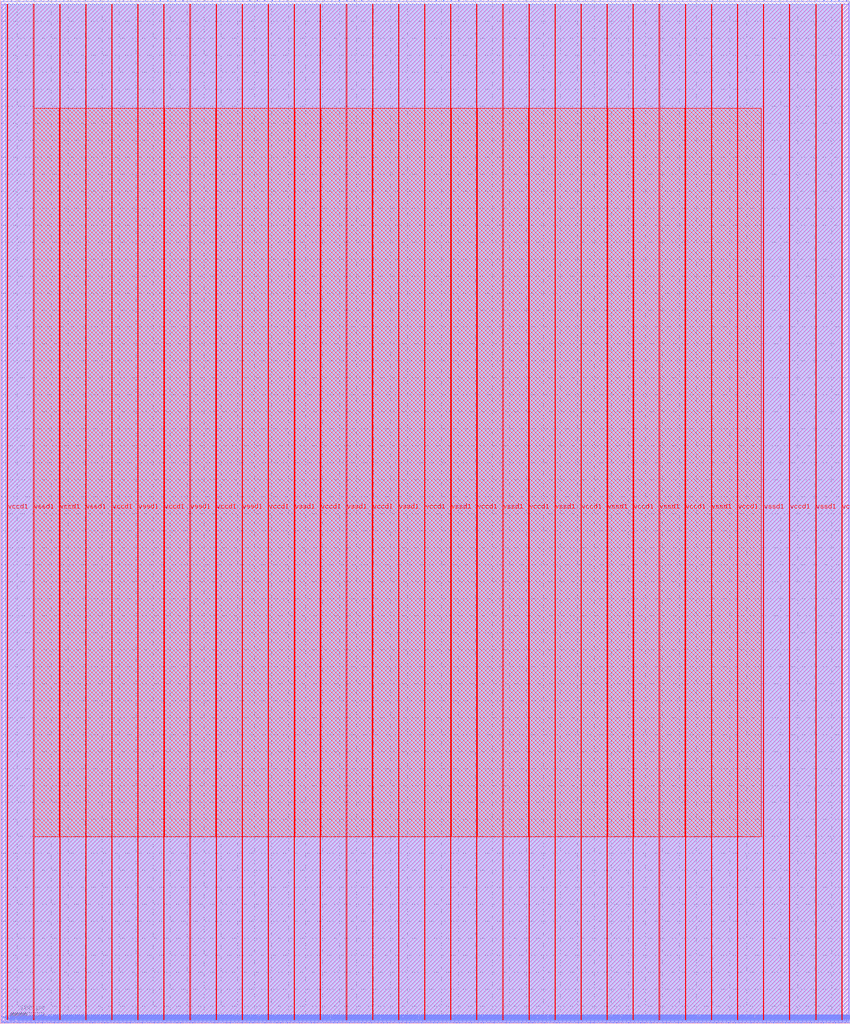
<source format=lef>
VERSION 5.7 ;
  NOWIREEXTENSIONATPIN ON ;
  DIVIDERCHAR "/" ;
  BUSBITCHARS "[]" ;
MACRO user_project
  CLASS BLOCK ;
  FOREIGN user_project ;
  ORIGIN 0.000 0.000 ;
  SIZE 2504.145 BY 3013.485 ;
  PIN io_in[0]
    DIRECTION INPUT ;
    USE SIGNAL ;
    PORT
      LAYER met2 ;
        RECT 10.670 3009.485 10.950 3013.485 ;
    END
  END io_in[0]
  PIN io_in[10]
    DIRECTION INPUT ;
    USE SIGNAL ;
    PORT
      LAYER met2 ;
        RECT 669.390 3009.485 669.670 3013.485 ;
    END
  END io_in[10]
  PIN io_in[11]
    DIRECTION INPUT ;
    USE SIGNAL ;
    PORT
      LAYER met2 ;
        RECT 735.170 3009.485 735.450 3013.485 ;
    END
  END io_in[11]
  PIN io_in[12]
    DIRECTION INPUT ;
    USE SIGNAL ;
    PORT
      LAYER met2 ;
        RECT 801.410 3009.485 801.690 3013.485 ;
    END
  END io_in[12]
  PIN io_in[13]
    DIRECTION INPUT ;
    USE SIGNAL ;
    PORT
      LAYER met2 ;
        RECT 867.190 3009.485 867.470 3013.485 ;
    END
  END io_in[13]
  PIN io_in[14]
    DIRECTION INPUT ;
    USE SIGNAL ;
    PORT
      LAYER met2 ;
        RECT 932.970 3009.485 933.250 3013.485 ;
    END
  END io_in[14]
  PIN io_in[15]
    DIRECTION INPUT ;
    USE SIGNAL ;
    PORT
      LAYER met2 ;
        RECT 998.750 3009.485 999.030 3013.485 ;
    END
  END io_in[15]
  PIN io_in[16]
    DIRECTION INPUT ;
    USE SIGNAL ;
    PORT
      LAYER met2 ;
        RECT 1064.990 3009.485 1065.270 3013.485 ;
    END
  END io_in[16]
  PIN io_in[17]
    DIRECTION INPUT ;
    USE SIGNAL ;
    PORT
      LAYER met2 ;
        RECT 1130.770 3009.485 1131.050 3013.485 ;
    END
  END io_in[17]
  PIN io_in[18]
    DIRECTION INPUT ;
    USE SIGNAL ;
    PORT
      LAYER met2 ;
        RECT 1196.550 3009.485 1196.830 3013.485 ;
    END
  END io_in[18]
  PIN io_in[19]
    DIRECTION INPUT ;
    USE SIGNAL ;
    PORT
      LAYER met2 ;
        RECT 1262.790 3009.485 1263.070 3013.485 ;
    END
  END io_in[19]
  PIN io_in[1]
    DIRECTION INPUT ;
    USE SIGNAL ;
    PORT
      LAYER met2 ;
        RECT 76.450 3009.485 76.730 3013.485 ;
    END
  END io_in[1]
  PIN io_in[20]
    DIRECTION INPUT ;
    USE SIGNAL ;
    PORT
      LAYER met2 ;
        RECT 1328.570 3009.485 1328.850 3013.485 ;
    END
  END io_in[20]
  PIN io_in[21]
    DIRECTION INPUT ;
    USE SIGNAL ;
    PORT
      LAYER met2 ;
        RECT 1394.350 3009.485 1394.630 3013.485 ;
    END
  END io_in[21]
  PIN io_in[22]
    DIRECTION INPUT ;
    USE SIGNAL ;
    PORT
      LAYER met2 ;
        RECT 1460.130 3009.485 1460.410 3013.485 ;
    END
  END io_in[22]
  PIN io_in[23]
    DIRECTION INPUT ;
    USE SIGNAL ;
    PORT
      LAYER met2 ;
        RECT 1526.370 3009.485 1526.650 3013.485 ;
    END
  END io_in[23]
  PIN io_in[24]
    DIRECTION INPUT ;
    USE SIGNAL ;
    PORT
      LAYER met2 ;
        RECT 1592.150 3009.485 1592.430 3013.485 ;
    END
  END io_in[24]
  PIN io_in[25]
    DIRECTION INPUT ;
    USE SIGNAL ;
    PORT
      LAYER met2 ;
        RECT 1657.930 3009.485 1658.210 3013.485 ;
    END
  END io_in[25]
  PIN io_in[26]
    DIRECTION INPUT ;
    USE SIGNAL ;
    PORT
      LAYER met2 ;
        RECT 1723.710 3009.485 1723.990 3013.485 ;
    END
  END io_in[26]
  PIN io_in[27]
    DIRECTION INPUT ;
    USE SIGNAL ;
    PORT
      LAYER met2 ;
        RECT 1789.950 3009.485 1790.230 3013.485 ;
    END
  END io_in[27]
  PIN io_in[28]
    DIRECTION INPUT ;
    USE SIGNAL ;
    PORT
      LAYER met2 ;
        RECT 1855.730 3009.485 1856.010 3013.485 ;
    END
  END io_in[28]
  PIN io_in[29]
    DIRECTION INPUT ;
    USE SIGNAL ;
    PORT
      LAYER met2 ;
        RECT 1921.510 3009.485 1921.790 3013.485 ;
    END
  END io_in[29]
  PIN io_in[2]
    DIRECTION INPUT ;
    USE SIGNAL ;
    PORT
      LAYER met2 ;
        RECT 142.230 3009.485 142.510 3013.485 ;
    END
  END io_in[2]
  PIN io_in[30]
    DIRECTION INPUT ;
    USE SIGNAL ;
    PORT
      LAYER met2 ;
        RECT 1987.290 3009.485 1987.570 3013.485 ;
    END
  END io_in[30]
  PIN io_in[31]
    DIRECTION INPUT ;
    USE SIGNAL ;
    PORT
      LAYER met2 ;
        RECT 2053.530 3009.485 2053.810 3013.485 ;
    END
  END io_in[31]
  PIN io_in[32]
    DIRECTION INPUT ;
    USE SIGNAL ;
    PORT
      LAYER met2 ;
        RECT 2119.310 3009.485 2119.590 3013.485 ;
    END
  END io_in[32]
  PIN io_in[33]
    DIRECTION INPUT ;
    USE SIGNAL ;
    PORT
      LAYER met2 ;
        RECT 2185.090 3009.485 2185.370 3013.485 ;
    END
  END io_in[33]
  PIN io_in[34]
    DIRECTION INPUT ;
    USE SIGNAL ;
    PORT
      LAYER met2 ;
        RECT 2250.870 3009.485 2251.150 3013.485 ;
    END
  END io_in[34]
  PIN io_in[35]
    DIRECTION INPUT ;
    USE SIGNAL ;
    PORT
      LAYER met2 ;
        RECT 2317.110 3009.485 2317.390 3013.485 ;
    END
  END io_in[35]
  PIN io_in[36]
    DIRECTION INPUT ;
    USE SIGNAL ;
    PORT
      LAYER met2 ;
        RECT 2382.890 3009.485 2383.170 3013.485 ;
    END
  END io_in[36]
  PIN io_in[37]
    DIRECTION INPUT ;
    USE SIGNAL ;
    PORT
      LAYER met2 ;
        RECT 2448.670 3009.485 2448.950 3013.485 ;
    END
  END io_in[37]
  PIN io_in[3]
    DIRECTION INPUT ;
    USE SIGNAL ;
    PORT
      LAYER met2 ;
        RECT 208.010 3009.485 208.290 3013.485 ;
    END
  END io_in[3]
  PIN io_in[4]
    DIRECTION INPUT ;
    USE SIGNAL ;
    PORT
      LAYER met2 ;
        RECT 274.250 3009.485 274.530 3013.485 ;
    END
  END io_in[4]
  PIN io_in[5]
    DIRECTION INPUT ;
    USE SIGNAL ;
    PORT
      LAYER met2 ;
        RECT 340.030 3009.485 340.310 3013.485 ;
    END
  END io_in[5]
  PIN io_in[6]
    DIRECTION INPUT ;
    USE SIGNAL ;
    PORT
      LAYER met2 ;
        RECT 405.810 3009.485 406.090 3013.485 ;
    END
  END io_in[6]
  PIN io_in[7]
    DIRECTION INPUT ;
    USE SIGNAL ;
    PORT
      LAYER met2 ;
        RECT 471.590 3009.485 471.870 3013.485 ;
    END
  END io_in[7]
  PIN io_in[8]
    DIRECTION INPUT ;
    USE SIGNAL ;
    PORT
      LAYER met2 ;
        RECT 537.830 3009.485 538.110 3013.485 ;
    END
  END io_in[8]
  PIN io_in[9]
    DIRECTION INPUT ;
    USE SIGNAL ;
    PORT
      LAYER met2 ;
        RECT 603.610 3009.485 603.890 3013.485 ;
    END
  END io_in[9]
  PIN io_oeb[0]
    DIRECTION OUTPUT TRISTATE ;
    USE SIGNAL ;
    PORT
      LAYER met2 ;
        RECT 32.290 3009.485 32.570 3013.485 ;
    END
  END io_oeb[0]
  PIN io_oeb[10]
    DIRECTION OUTPUT TRISTATE ;
    USE SIGNAL ;
    PORT
      LAYER met2 ;
        RECT 691.470 3009.485 691.750 3013.485 ;
    END
  END io_oeb[10]
  PIN io_oeb[11]
    DIRECTION OUTPUT TRISTATE ;
    USE SIGNAL ;
    PORT
      LAYER met2 ;
        RECT 757.250 3009.485 757.530 3013.485 ;
    END
  END io_oeb[11]
  PIN io_oeb[12]
    DIRECTION OUTPUT TRISTATE ;
    USE SIGNAL ;
    PORT
      LAYER met2 ;
        RECT 823.030 3009.485 823.310 3013.485 ;
    END
  END io_oeb[12]
  PIN io_oeb[13]
    DIRECTION OUTPUT TRISTATE ;
    USE SIGNAL ;
    PORT
      LAYER met2 ;
        RECT 889.270 3009.485 889.550 3013.485 ;
    END
  END io_oeb[13]
  PIN io_oeb[14]
    DIRECTION OUTPUT TRISTATE ;
    USE SIGNAL ;
    PORT
      LAYER met2 ;
        RECT 955.050 3009.485 955.330 3013.485 ;
    END
  END io_oeb[14]
  PIN io_oeb[15]
    DIRECTION OUTPUT TRISTATE ;
    USE SIGNAL ;
    PORT
      LAYER met2 ;
        RECT 1020.830 3009.485 1021.110 3013.485 ;
    END
  END io_oeb[15]
  PIN io_oeb[16]
    DIRECTION OUTPUT TRISTATE ;
    USE SIGNAL ;
    PORT
      LAYER met2 ;
        RECT 1086.610 3009.485 1086.890 3013.485 ;
    END
  END io_oeb[16]
  PIN io_oeb[17]
    DIRECTION OUTPUT TRISTATE ;
    USE SIGNAL ;
    PORT
      LAYER met2 ;
        RECT 1152.850 3009.485 1153.130 3013.485 ;
    END
  END io_oeb[17]
  PIN io_oeb[18]
    DIRECTION OUTPUT TRISTATE ;
    USE SIGNAL ;
    PORT
      LAYER met2 ;
        RECT 1218.630 3009.485 1218.910 3013.485 ;
    END
  END io_oeb[18]
  PIN io_oeb[19]
    DIRECTION OUTPUT TRISTATE ;
    USE SIGNAL ;
    PORT
      LAYER met2 ;
        RECT 1284.410 3009.485 1284.690 3013.485 ;
    END
  END io_oeb[19]
  PIN io_oeb[1]
    DIRECTION OUTPUT TRISTATE ;
    USE SIGNAL ;
    PORT
      LAYER met2 ;
        RECT 98.530 3009.485 98.810 3013.485 ;
    END
  END io_oeb[1]
  PIN io_oeb[20]
    DIRECTION OUTPUT TRISTATE ;
    USE SIGNAL ;
    PORT
      LAYER met2 ;
        RECT 1350.650 3009.485 1350.930 3013.485 ;
    END
  END io_oeb[20]
  PIN io_oeb[21]
    DIRECTION OUTPUT TRISTATE ;
    USE SIGNAL ;
    PORT
      LAYER met2 ;
        RECT 1416.430 3009.485 1416.710 3013.485 ;
    END
  END io_oeb[21]
  PIN io_oeb[22]
    DIRECTION OUTPUT TRISTATE ;
    USE SIGNAL ;
    PORT
      LAYER met2 ;
        RECT 1482.210 3009.485 1482.490 3013.485 ;
    END
  END io_oeb[22]
  PIN io_oeb[23]
    DIRECTION OUTPUT TRISTATE ;
    USE SIGNAL ;
    PORT
      LAYER met2 ;
        RECT 1547.990 3009.485 1548.270 3013.485 ;
    END
  END io_oeb[23]
  PIN io_oeb[24]
    DIRECTION OUTPUT TRISTATE ;
    USE SIGNAL ;
    PORT
      LAYER met2 ;
        RECT 1614.230 3009.485 1614.510 3013.485 ;
    END
  END io_oeb[24]
  PIN io_oeb[25]
    DIRECTION OUTPUT TRISTATE ;
    USE SIGNAL ;
    PORT
      LAYER met2 ;
        RECT 1680.010 3009.485 1680.290 3013.485 ;
    END
  END io_oeb[25]
  PIN io_oeb[26]
    DIRECTION OUTPUT TRISTATE ;
    USE SIGNAL ;
    PORT
      LAYER met2 ;
        RECT 1745.790 3009.485 1746.070 3013.485 ;
    END
  END io_oeb[26]
  PIN io_oeb[27]
    DIRECTION OUTPUT TRISTATE ;
    USE SIGNAL ;
    PORT
      LAYER met2 ;
        RECT 1811.570 3009.485 1811.850 3013.485 ;
    END
  END io_oeb[27]
  PIN io_oeb[28]
    DIRECTION OUTPUT TRISTATE ;
    USE SIGNAL ;
    PORT
      LAYER met2 ;
        RECT 1877.810 3009.485 1878.090 3013.485 ;
    END
  END io_oeb[28]
  PIN io_oeb[29]
    DIRECTION OUTPUT TRISTATE ;
    USE SIGNAL ;
    PORT
      LAYER met2 ;
        RECT 1943.590 3009.485 1943.870 3013.485 ;
    END
  END io_oeb[29]
  PIN io_oeb[2]
    DIRECTION OUTPUT TRISTATE ;
    USE SIGNAL ;
    PORT
      LAYER met2 ;
        RECT 164.310 3009.485 164.590 3013.485 ;
    END
  END io_oeb[2]
  PIN io_oeb[30]
    DIRECTION OUTPUT TRISTATE ;
    USE SIGNAL ;
    PORT
      LAYER met2 ;
        RECT 2009.370 3009.485 2009.650 3013.485 ;
    END
  END io_oeb[30]
  PIN io_oeb[31]
    DIRECTION OUTPUT TRISTATE ;
    USE SIGNAL ;
    PORT
      LAYER met2 ;
        RECT 2075.150 3009.485 2075.430 3013.485 ;
    END
  END io_oeb[31]
  PIN io_oeb[32]
    DIRECTION OUTPUT TRISTATE ;
    USE SIGNAL ;
    PORT
      LAYER met2 ;
        RECT 2141.390 3009.485 2141.670 3013.485 ;
    END
  END io_oeb[32]
  PIN io_oeb[33]
    DIRECTION OUTPUT TRISTATE ;
    USE SIGNAL ;
    PORT
      LAYER met2 ;
        RECT 2207.170 3009.485 2207.450 3013.485 ;
    END
  END io_oeb[33]
  PIN io_oeb[34]
    DIRECTION OUTPUT TRISTATE ;
    USE SIGNAL ;
    PORT
      LAYER met2 ;
        RECT 2272.950 3009.485 2273.230 3013.485 ;
    END
  END io_oeb[34]
  PIN io_oeb[35]
    DIRECTION OUTPUT TRISTATE ;
    USE SIGNAL ;
    PORT
      LAYER met2 ;
        RECT 2338.730 3009.485 2339.010 3013.485 ;
    END
  END io_oeb[35]
  PIN io_oeb[36]
    DIRECTION OUTPUT TRISTATE ;
    USE SIGNAL ;
    PORT
      LAYER met2 ;
        RECT 2404.970 3009.485 2405.250 3013.485 ;
    END
  END io_oeb[36]
  PIN io_oeb[37]
    DIRECTION OUTPUT TRISTATE ;
    USE SIGNAL ;
    PORT
      LAYER met2 ;
        RECT 2470.750 3009.485 2471.030 3013.485 ;
    END
  END io_oeb[37]
  PIN io_oeb[3]
    DIRECTION OUTPUT TRISTATE ;
    USE SIGNAL ;
    PORT
      LAYER met2 ;
        RECT 230.090 3009.485 230.370 3013.485 ;
    END
  END io_oeb[3]
  PIN io_oeb[4]
    DIRECTION OUTPUT TRISTATE ;
    USE SIGNAL ;
    PORT
      LAYER met2 ;
        RECT 295.870 3009.485 296.150 3013.485 ;
    END
  END io_oeb[4]
  PIN io_oeb[5]
    DIRECTION OUTPUT TRISTATE ;
    USE SIGNAL ;
    PORT
      LAYER met2 ;
        RECT 362.110 3009.485 362.390 3013.485 ;
    END
  END io_oeb[5]
  PIN io_oeb[6]
    DIRECTION OUTPUT TRISTATE ;
    USE SIGNAL ;
    PORT
      LAYER met2 ;
        RECT 427.890 3009.485 428.170 3013.485 ;
    END
  END io_oeb[6]
  PIN io_oeb[7]
    DIRECTION OUTPUT TRISTATE ;
    USE SIGNAL ;
    PORT
      LAYER met2 ;
        RECT 493.670 3009.485 493.950 3013.485 ;
    END
  END io_oeb[7]
  PIN io_oeb[8]
    DIRECTION OUTPUT TRISTATE ;
    USE SIGNAL ;
    PORT
      LAYER met2 ;
        RECT 559.450 3009.485 559.730 3013.485 ;
    END
  END io_oeb[8]
  PIN io_oeb[9]
    DIRECTION OUTPUT TRISTATE ;
    USE SIGNAL ;
    PORT
      LAYER met2 ;
        RECT 625.690 3009.485 625.970 3013.485 ;
    END
  END io_oeb[9]
  PIN io_out[0]
    DIRECTION OUTPUT TRISTATE ;
    USE SIGNAL ;
    PORT
      LAYER met2 ;
        RECT 54.370 3009.485 54.650 3013.485 ;
    END
  END io_out[0]
  PIN io_out[10]
    DIRECTION OUTPUT TRISTATE ;
    USE SIGNAL ;
    PORT
      LAYER met2 ;
        RECT 713.550 3009.485 713.830 3013.485 ;
    END
  END io_out[10]
  PIN io_out[11]
    DIRECTION OUTPUT TRISTATE ;
    USE SIGNAL ;
    PORT
      LAYER met2 ;
        RECT 779.330 3009.485 779.610 3013.485 ;
    END
  END io_out[11]
  PIN io_out[12]
    DIRECTION OUTPUT TRISTATE ;
    USE SIGNAL ;
    PORT
      LAYER met2 ;
        RECT 845.110 3009.485 845.390 3013.485 ;
    END
  END io_out[12]
  PIN io_out[13]
    DIRECTION OUTPUT TRISTATE ;
    USE SIGNAL ;
    PORT
      LAYER met2 ;
        RECT 910.890 3009.485 911.170 3013.485 ;
    END
  END io_out[13]
  PIN io_out[14]
    DIRECTION OUTPUT TRISTATE ;
    USE SIGNAL ;
    PORT
      LAYER met2 ;
        RECT 977.130 3009.485 977.410 3013.485 ;
    END
  END io_out[14]
  PIN io_out[15]
    DIRECTION OUTPUT TRISTATE ;
    USE SIGNAL ;
    PORT
      LAYER met2 ;
        RECT 1042.910 3009.485 1043.190 3013.485 ;
    END
  END io_out[15]
  PIN io_out[16]
    DIRECTION OUTPUT TRISTATE ;
    USE SIGNAL ;
    PORT
      LAYER met2 ;
        RECT 1108.690 3009.485 1108.970 3013.485 ;
    END
  END io_out[16]
  PIN io_out[17]
    DIRECTION OUTPUT TRISTATE ;
    USE SIGNAL ;
    PORT
      LAYER met2 ;
        RECT 1174.470 3009.485 1174.750 3013.485 ;
    END
  END io_out[17]
  PIN io_out[18]
    DIRECTION OUTPUT TRISTATE ;
    USE SIGNAL ;
    PORT
      LAYER met2 ;
        RECT 1240.710 3009.485 1240.990 3013.485 ;
    END
  END io_out[18]
  PIN io_out[19]
    DIRECTION OUTPUT TRISTATE ;
    USE SIGNAL ;
    PORT
      LAYER met2 ;
        RECT 1306.490 3009.485 1306.770 3013.485 ;
    END
  END io_out[19]
  PIN io_out[1]
    DIRECTION OUTPUT TRISTATE ;
    USE SIGNAL ;
    PORT
      LAYER met2 ;
        RECT 120.150 3009.485 120.430 3013.485 ;
    END
  END io_out[1]
  PIN io_out[20]
    DIRECTION OUTPUT TRISTATE ;
    USE SIGNAL ;
    PORT
      LAYER met2 ;
        RECT 1372.270 3009.485 1372.550 3013.485 ;
    END
  END io_out[20]
  PIN io_out[21]
    DIRECTION OUTPUT TRISTATE ;
    USE SIGNAL ;
    PORT
      LAYER met2 ;
        RECT 1438.510 3009.485 1438.790 3013.485 ;
    END
  END io_out[21]
  PIN io_out[22]
    DIRECTION OUTPUT TRISTATE ;
    USE SIGNAL ;
    PORT
      LAYER met2 ;
        RECT 1504.290 3009.485 1504.570 3013.485 ;
    END
  END io_out[22]
  PIN io_out[23]
    DIRECTION OUTPUT TRISTATE ;
    USE SIGNAL ;
    PORT
      LAYER met2 ;
        RECT 1570.070 3009.485 1570.350 3013.485 ;
    END
  END io_out[23]
  PIN io_out[24]
    DIRECTION OUTPUT TRISTATE ;
    USE SIGNAL ;
    PORT
      LAYER met2 ;
        RECT 1635.850 3009.485 1636.130 3013.485 ;
    END
  END io_out[24]
  PIN io_out[25]
    DIRECTION OUTPUT TRISTATE ;
    USE SIGNAL ;
    PORT
      LAYER met2 ;
        RECT 1702.090 3009.485 1702.370 3013.485 ;
    END
  END io_out[25]
  PIN io_out[26]
    DIRECTION OUTPUT TRISTATE ;
    USE SIGNAL ;
    PORT
      LAYER met2 ;
        RECT 1767.870 3009.485 1768.150 3013.485 ;
    END
  END io_out[26]
  PIN io_out[27]
    DIRECTION OUTPUT TRISTATE ;
    USE SIGNAL ;
    PORT
      LAYER met2 ;
        RECT 1833.650 3009.485 1833.930 3013.485 ;
    END
  END io_out[27]
  PIN io_out[28]
    DIRECTION OUTPUT TRISTATE ;
    USE SIGNAL ;
    PORT
      LAYER met2 ;
        RECT 1899.430 3009.485 1899.710 3013.485 ;
    END
  END io_out[28]
  PIN io_out[29]
    DIRECTION OUTPUT TRISTATE ;
    USE SIGNAL ;
    PORT
      LAYER met2 ;
        RECT 1965.670 3009.485 1965.950 3013.485 ;
    END
  END io_out[29]
  PIN io_out[2]
    DIRECTION OUTPUT TRISTATE ;
    USE SIGNAL ;
    PORT
      LAYER met2 ;
        RECT 186.390 3009.485 186.670 3013.485 ;
    END
  END io_out[2]
  PIN io_out[30]
    DIRECTION OUTPUT TRISTATE ;
    USE SIGNAL ;
    PORT
      LAYER met2 ;
        RECT 2031.450 3009.485 2031.730 3013.485 ;
    END
  END io_out[30]
  PIN io_out[31]
    DIRECTION OUTPUT TRISTATE ;
    USE SIGNAL ;
    PORT
      LAYER met2 ;
        RECT 2097.230 3009.485 2097.510 3013.485 ;
    END
  END io_out[31]
  PIN io_out[32]
    DIRECTION OUTPUT TRISTATE ;
    USE SIGNAL ;
    PORT
      LAYER met2 ;
        RECT 2163.010 3009.485 2163.290 3013.485 ;
    END
  END io_out[32]
  PIN io_out[33]
    DIRECTION OUTPUT TRISTATE ;
    USE SIGNAL ;
    PORT
      LAYER met2 ;
        RECT 2229.250 3009.485 2229.530 3013.485 ;
    END
  END io_out[33]
  PIN io_out[34]
    DIRECTION OUTPUT TRISTATE ;
    USE SIGNAL ;
    PORT
      LAYER met2 ;
        RECT 2295.030 3009.485 2295.310 3013.485 ;
    END
  END io_out[34]
  PIN io_out[35]
    DIRECTION OUTPUT TRISTATE ;
    USE SIGNAL ;
    PORT
      LAYER met2 ;
        RECT 2360.810 3009.485 2361.090 3013.485 ;
    END
  END io_out[35]
  PIN io_out[36]
    DIRECTION OUTPUT TRISTATE ;
    USE SIGNAL ;
    PORT
      LAYER met2 ;
        RECT 2426.590 3009.485 2426.870 3013.485 ;
    END
  END io_out[36]
  PIN io_out[37]
    DIRECTION OUTPUT TRISTATE ;
    USE SIGNAL ;
    PORT
      LAYER met2 ;
        RECT 2492.830 3009.485 2493.110 3013.485 ;
    END
  END io_out[37]
  PIN io_out[3]
    DIRECTION OUTPUT TRISTATE ;
    USE SIGNAL ;
    PORT
      LAYER met2 ;
        RECT 252.170 3009.485 252.450 3013.485 ;
    END
  END io_out[3]
  PIN io_out[4]
    DIRECTION OUTPUT TRISTATE ;
    USE SIGNAL ;
    PORT
      LAYER met2 ;
        RECT 317.950 3009.485 318.230 3013.485 ;
    END
  END io_out[4]
  PIN io_out[5]
    DIRECTION OUTPUT TRISTATE ;
    USE SIGNAL ;
    PORT
      LAYER met2 ;
        RECT 383.730 3009.485 384.010 3013.485 ;
    END
  END io_out[5]
  PIN io_out[6]
    DIRECTION OUTPUT TRISTATE ;
    USE SIGNAL ;
    PORT
      LAYER met2 ;
        RECT 449.970 3009.485 450.250 3013.485 ;
    END
  END io_out[6]
  PIN io_out[7]
    DIRECTION OUTPUT TRISTATE ;
    USE SIGNAL ;
    PORT
      LAYER met2 ;
        RECT 515.750 3009.485 516.030 3013.485 ;
    END
  END io_out[7]
  PIN io_out[8]
    DIRECTION OUTPUT TRISTATE ;
    USE SIGNAL ;
    PORT
      LAYER met2 ;
        RECT 581.530 3009.485 581.810 3013.485 ;
    END
  END io_out[8]
  PIN io_out[9]
    DIRECTION OUTPUT TRISTATE ;
    USE SIGNAL ;
    PORT
      LAYER met2 ;
        RECT 647.310 3009.485 647.590 3013.485 ;
    END
  END io_out[9]
  PIN irq[0]
    DIRECTION OUTPUT TRISTATE ;
    USE SIGNAL ;
    PORT
      LAYER met2 ;
        RECT 2490.990 0.000 2491.270 4.000 ;
    END
  END irq[0]
  PIN irq[1]
    DIRECTION OUTPUT TRISTATE ;
    USE SIGNAL ;
    PORT
      LAYER met2 ;
        RECT 2496.050 0.000 2496.330 4.000 ;
    END
  END irq[1]
  PIN irq[2]
    DIRECTION OUTPUT TRISTATE ;
    USE SIGNAL ;
    PORT
      LAYER met2 ;
        RECT 2501.110 0.000 2501.390 4.000 ;
    END
  END irq[2]
  PIN la_data_in[0]
    DIRECTION INPUT ;
    USE SIGNAL ;
    PORT
      LAYER met2 ;
        RECT 540.590 0.000 540.870 4.000 ;
    END
  END la_data_in[0]
  PIN la_data_in[100]
    DIRECTION INPUT ;
    USE SIGNAL ;
    PORT
      LAYER met2 ;
        RECT 2064.570 0.000 2064.850 4.000 ;
    END
  END la_data_in[100]
  PIN la_data_in[101]
    DIRECTION INPUT ;
    USE SIGNAL ;
    PORT
      LAYER met2 ;
        RECT 2079.750 0.000 2080.030 4.000 ;
    END
  END la_data_in[101]
  PIN la_data_in[102]
    DIRECTION INPUT ;
    USE SIGNAL ;
    PORT
      LAYER met2 ;
        RECT 2094.930 0.000 2095.210 4.000 ;
    END
  END la_data_in[102]
  PIN la_data_in[103]
    DIRECTION INPUT ;
    USE SIGNAL ;
    PORT
      LAYER met2 ;
        RECT 2110.110 0.000 2110.390 4.000 ;
    END
  END la_data_in[103]
  PIN la_data_in[104]
    DIRECTION INPUT ;
    USE SIGNAL ;
    PORT
      LAYER met2 ;
        RECT 2125.290 0.000 2125.570 4.000 ;
    END
  END la_data_in[104]
  PIN la_data_in[105]
    DIRECTION INPUT ;
    USE SIGNAL ;
    PORT
      LAYER met2 ;
        RECT 2140.470 0.000 2140.750 4.000 ;
    END
  END la_data_in[105]
  PIN la_data_in[106]
    DIRECTION INPUT ;
    USE SIGNAL ;
    PORT
      LAYER met2 ;
        RECT 2156.110 0.000 2156.390 4.000 ;
    END
  END la_data_in[106]
  PIN la_data_in[107]
    DIRECTION INPUT ;
    USE SIGNAL ;
    PORT
      LAYER met2 ;
        RECT 2171.290 0.000 2171.570 4.000 ;
    END
  END la_data_in[107]
  PIN la_data_in[108]
    DIRECTION INPUT ;
    USE SIGNAL ;
    PORT
      LAYER met2 ;
        RECT 2186.470 0.000 2186.750 4.000 ;
    END
  END la_data_in[108]
  PIN la_data_in[109]
    DIRECTION INPUT ;
    USE SIGNAL ;
    PORT
      LAYER met2 ;
        RECT 2201.650 0.000 2201.930 4.000 ;
    END
  END la_data_in[109]
  PIN la_data_in[10]
    DIRECTION INPUT ;
    USE SIGNAL ;
    PORT
      LAYER met2 ;
        RECT 692.850 0.000 693.130 4.000 ;
    END
  END la_data_in[10]
  PIN la_data_in[110]
    DIRECTION INPUT ;
    USE SIGNAL ;
    PORT
      LAYER met2 ;
        RECT 2216.830 0.000 2217.110 4.000 ;
    END
  END la_data_in[110]
  PIN la_data_in[111]
    DIRECTION INPUT ;
    USE SIGNAL ;
    PORT
      LAYER met2 ;
        RECT 2232.010 0.000 2232.290 4.000 ;
    END
  END la_data_in[111]
  PIN la_data_in[112]
    DIRECTION INPUT ;
    USE SIGNAL ;
    PORT
      LAYER met2 ;
        RECT 2247.190 0.000 2247.470 4.000 ;
    END
  END la_data_in[112]
  PIN la_data_in[113]
    DIRECTION INPUT ;
    USE SIGNAL ;
    PORT
      LAYER met2 ;
        RECT 2262.370 0.000 2262.650 4.000 ;
    END
  END la_data_in[113]
  PIN la_data_in[114]
    DIRECTION INPUT ;
    USE SIGNAL ;
    PORT
      LAYER met2 ;
        RECT 2278.010 0.000 2278.290 4.000 ;
    END
  END la_data_in[114]
  PIN la_data_in[115]
    DIRECTION INPUT ;
    USE SIGNAL ;
    PORT
      LAYER met2 ;
        RECT 2293.190 0.000 2293.470 4.000 ;
    END
  END la_data_in[115]
  PIN la_data_in[116]
    DIRECTION INPUT ;
    USE SIGNAL ;
    PORT
      LAYER met2 ;
        RECT 2308.370 0.000 2308.650 4.000 ;
    END
  END la_data_in[116]
  PIN la_data_in[117]
    DIRECTION INPUT ;
    USE SIGNAL ;
    PORT
      LAYER met2 ;
        RECT 2323.550 0.000 2323.830 4.000 ;
    END
  END la_data_in[117]
  PIN la_data_in[118]
    DIRECTION INPUT ;
    USE SIGNAL ;
    PORT
      LAYER met2 ;
        RECT 2338.730 0.000 2339.010 4.000 ;
    END
  END la_data_in[118]
  PIN la_data_in[119]
    DIRECTION INPUT ;
    USE SIGNAL ;
    PORT
      LAYER met2 ;
        RECT 2353.910 0.000 2354.190 4.000 ;
    END
  END la_data_in[119]
  PIN la_data_in[11]
    DIRECTION INPUT ;
    USE SIGNAL ;
    PORT
      LAYER met2 ;
        RECT 708.030 0.000 708.310 4.000 ;
    END
  END la_data_in[11]
  PIN la_data_in[120]
    DIRECTION INPUT ;
    USE SIGNAL ;
    PORT
      LAYER met2 ;
        RECT 2369.090 0.000 2369.370 4.000 ;
    END
  END la_data_in[120]
  PIN la_data_in[121]
    DIRECTION INPUT ;
    USE SIGNAL ;
    PORT
      LAYER met2 ;
        RECT 2384.270 0.000 2384.550 4.000 ;
    END
  END la_data_in[121]
  PIN la_data_in[122]
    DIRECTION INPUT ;
    USE SIGNAL ;
    PORT
      LAYER met2 ;
        RECT 2399.910 0.000 2400.190 4.000 ;
    END
  END la_data_in[122]
  PIN la_data_in[123]
    DIRECTION INPUT ;
    USE SIGNAL ;
    PORT
      LAYER met2 ;
        RECT 2415.090 0.000 2415.370 4.000 ;
    END
  END la_data_in[123]
  PIN la_data_in[124]
    DIRECTION INPUT ;
    USE SIGNAL ;
    PORT
      LAYER met2 ;
        RECT 2430.270 0.000 2430.550 4.000 ;
    END
  END la_data_in[124]
  PIN la_data_in[125]
    DIRECTION INPUT ;
    USE SIGNAL ;
    PORT
      LAYER met2 ;
        RECT 2445.450 0.000 2445.730 4.000 ;
    END
  END la_data_in[125]
  PIN la_data_in[126]
    DIRECTION INPUT ;
    USE SIGNAL ;
    PORT
      LAYER met2 ;
        RECT 2460.630 0.000 2460.910 4.000 ;
    END
  END la_data_in[126]
  PIN la_data_in[127]
    DIRECTION INPUT ;
    USE SIGNAL ;
    PORT
      LAYER met2 ;
        RECT 2475.810 0.000 2476.090 4.000 ;
    END
  END la_data_in[127]
  PIN la_data_in[12]
    DIRECTION INPUT ;
    USE SIGNAL ;
    PORT
      LAYER met2 ;
        RECT 723.670 0.000 723.950 4.000 ;
    END
  END la_data_in[12]
  PIN la_data_in[13]
    DIRECTION INPUT ;
    USE SIGNAL ;
    PORT
      LAYER met2 ;
        RECT 738.850 0.000 739.130 4.000 ;
    END
  END la_data_in[13]
  PIN la_data_in[14]
    DIRECTION INPUT ;
    USE SIGNAL ;
    PORT
      LAYER met2 ;
        RECT 754.030 0.000 754.310 4.000 ;
    END
  END la_data_in[14]
  PIN la_data_in[15]
    DIRECTION INPUT ;
    USE SIGNAL ;
    PORT
      LAYER met2 ;
        RECT 769.210 0.000 769.490 4.000 ;
    END
  END la_data_in[15]
  PIN la_data_in[16]
    DIRECTION INPUT ;
    USE SIGNAL ;
    PORT
      LAYER met2 ;
        RECT 784.390 0.000 784.670 4.000 ;
    END
  END la_data_in[16]
  PIN la_data_in[17]
    DIRECTION INPUT ;
    USE SIGNAL ;
    PORT
      LAYER met2 ;
        RECT 799.570 0.000 799.850 4.000 ;
    END
  END la_data_in[17]
  PIN la_data_in[18]
    DIRECTION INPUT ;
    USE SIGNAL ;
    PORT
      LAYER met2 ;
        RECT 814.750 0.000 815.030 4.000 ;
    END
  END la_data_in[18]
  PIN la_data_in[19]
    DIRECTION INPUT ;
    USE SIGNAL ;
    PORT
      LAYER met2 ;
        RECT 829.930 0.000 830.210 4.000 ;
    END
  END la_data_in[19]
  PIN la_data_in[1]
    DIRECTION INPUT ;
    USE SIGNAL ;
    PORT
      LAYER met2 ;
        RECT 555.770 0.000 556.050 4.000 ;
    END
  END la_data_in[1]
  PIN la_data_in[20]
    DIRECTION INPUT ;
    USE SIGNAL ;
    PORT
      LAYER met2 ;
        RECT 845.570 0.000 845.850 4.000 ;
    END
  END la_data_in[20]
  PIN la_data_in[21]
    DIRECTION INPUT ;
    USE SIGNAL ;
    PORT
      LAYER met2 ;
        RECT 860.750 0.000 861.030 4.000 ;
    END
  END la_data_in[21]
  PIN la_data_in[22]
    DIRECTION INPUT ;
    USE SIGNAL ;
    PORT
      LAYER met2 ;
        RECT 875.930 0.000 876.210 4.000 ;
    END
  END la_data_in[22]
  PIN la_data_in[23]
    DIRECTION INPUT ;
    USE SIGNAL ;
    PORT
      LAYER met2 ;
        RECT 891.110 0.000 891.390 4.000 ;
    END
  END la_data_in[23]
  PIN la_data_in[24]
    DIRECTION INPUT ;
    USE SIGNAL ;
    PORT
      LAYER met2 ;
        RECT 906.290 0.000 906.570 4.000 ;
    END
  END la_data_in[24]
  PIN la_data_in[25]
    DIRECTION INPUT ;
    USE SIGNAL ;
    PORT
      LAYER met2 ;
        RECT 921.470 0.000 921.750 4.000 ;
    END
  END la_data_in[25]
  PIN la_data_in[26]
    DIRECTION INPUT ;
    USE SIGNAL ;
    PORT
      LAYER met2 ;
        RECT 936.650 0.000 936.930 4.000 ;
    END
  END la_data_in[26]
  PIN la_data_in[27]
    DIRECTION INPUT ;
    USE SIGNAL ;
    PORT
      LAYER met2 ;
        RECT 951.830 0.000 952.110 4.000 ;
    END
  END la_data_in[27]
  PIN la_data_in[28]
    DIRECTION INPUT ;
    USE SIGNAL ;
    PORT
      LAYER met2 ;
        RECT 967.470 0.000 967.750 4.000 ;
    END
  END la_data_in[28]
  PIN la_data_in[29]
    DIRECTION INPUT ;
    USE SIGNAL ;
    PORT
      LAYER met2 ;
        RECT 982.650 0.000 982.930 4.000 ;
    END
  END la_data_in[29]
  PIN la_data_in[2]
    DIRECTION INPUT ;
    USE SIGNAL ;
    PORT
      LAYER met2 ;
        RECT 570.950 0.000 571.230 4.000 ;
    END
  END la_data_in[2]
  PIN la_data_in[30]
    DIRECTION INPUT ;
    USE SIGNAL ;
    PORT
      LAYER met2 ;
        RECT 997.830 0.000 998.110 4.000 ;
    END
  END la_data_in[30]
  PIN la_data_in[31]
    DIRECTION INPUT ;
    USE SIGNAL ;
    PORT
      LAYER met2 ;
        RECT 1013.010 0.000 1013.290 4.000 ;
    END
  END la_data_in[31]
  PIN la_data_in[32]
    DIRECTION INPUT ;
    USE SIGNAL ;
    PORT
      LAYER met2 ;
        RECT 1028.190 0.000 1028.470 4.000 ;
    END
  END la_data_in[32]
  PIN la_data_in[33]
    DIRECTION INPUT ;
    USE SIGNAL ;
    PORT
      LAYER met2 ;
        RECT 1043.370 0.000 1043.650 4.000 ;
    END
  END la_data_in[33]
  PIN la_data_in[34]
    DIRECTION INPUT ;
    USE SIGNAL ;
    PORT
      LAYER met2 ;
        RECT 1058.550 0.000 1058.830 4.000 ;
    END
  END la_data_in[34]
  PIN la_data_in[35]
    DIRECTION INPUT ;
    USE SIGNAL ;
    PORT
      LAYER met2 ;
        RECT 1073.730 0.000 1074.010 4.000 ;
    END
  END la_data_in[35]
  PIN la_data_in[36]
    DIRECTION INPUT ;
    USE SIGNAL ;
    PORT
      LAYER met2 ;
        RECT 1089.370 0.000 1089.650 4.000 ;
    END
  END la_data_in[36]
  PIN la_data_in[37]
    DIRECTION INPUT ;
    USE SIGNAL ;
    PORT
      LAYER met2 ;
        RECT 1104.550 0.000 1104.830 4.000 ;
    END
  END la_data_in[37]
  PIN la_data_in[38]
    DIRECTION INPUT ;
    USE SIGNAL ;
    PORT
      LAYER met2 ;
        RECT 1119.730 0.000 1120.010 4.000 ;
    END
  END la_data_in[38]
  PIN la_data_in[39]
    DIRECTION INPUT ;
    USE SIGNAL ;
    PORT
      LAYER met2 ;
        RECT 1134.910 0.000 1135.190 4.000 ;
    END
  END la_data_in[39]
  PIN la_data_in[3]
    DIRECTION INPUT ;
    USE SIGNAL ;
    PORT
      LAYER met2 ;
        RECT 586.130 0.000 586.410 4.000 ;
    END
  END la_data_in[3]
  PIN la_data_in[40]
    DIRECTION INPUT ;
    USE SIGNAL ;
    PORT
      LAYER met2 ;
        RECT 1150.090 0.000 1150.370 4.000 ;
    END
  END la_data_in[40]
  PIN la_data_in[41]
    DIRECTION INPUT ;
    USE SIGNAL ;
    PORT
      LAYER met2 ;
        RECT 1165.270 0.000 1165.550 4.000 ;
    END
  END la_data_in[41]
  PIN la_data_in[42]
    DIRECTION INPUT ;
    USE SIGNAL ;
    PORT
      LAYER met2 ;
        RECT 1180.450 0.000 1180.730 4.000 ;
    END
  END la_data_in[42]
  PIN la_data_in[43]
    DIRECTION INPUT ;
    USE SIGNAL ;
    PORT
      LAYER met2 ;
        RECT 1196.090 0.000 1196.370 4.000 ;
    END
  END la_data_in[43]
  PIN la_data_in[44]
    DIRECTION INPUT ;
    USE SIGNAL ;
    PORT
      LAYER met2 ;
        RECT 1211.270 0.000 1211.550 4.000 ;
    END
  END la_data_in[44]
  PIN la_data_in[45]
    DIRECTION INPUT ;
    USE SIGNAL ;
    PORT
      LAYER met2 ;
        RECT 1226.450 0.000 1226.730 4.000 ;
    END
  END la_data_in[45]
  PIN la_data_in[46]
    DIRECTION INPUT ;
    USE SIGNAL ;
    PORT
      LAYER met2 ;
        RECT 1241.630 0.000 1241.910 4.000 ;
    END
  END la_data_in[46]
  PIN la_data_in[47]
    DIRECTION INPUT ;
    USE SIGNAL ;
    PORT
      LAYER met2 ;
        RECT 1256.810 0.000 1257.090 4.000 ;
    END
  END la_data_in[47]
  PIN la_data_in[48]
    DIRECTION INPUT ;
    USE SIGNAL ;
    PORT
      LAYER met2 ;
        RECT 1271.990 0.000 1272.270 4.000 ;
    END
  END la_data_in[48]
  PIN la_data_in[49]
    DIRECTION INPUT ;
    USE SIGNAL ;
    PORT
      LAYER met2 ;
        RECT 1287.170 0.000 1287.450 4.000 ;
    END
  END la_data_in[49]
  PIN la_data_in[4]
    DIRECTION INPUT ;
    USE SIGNAL ;
    PORT
      LAYER met2 ;
        RECT 601.770 0.000 602.050 4.000 ;
    END
  END la_data_in[4]
  PIN la_data_in[50]
    DIRECTION INPUT ;
    USE SIGNAL ;
    PORT
      LAYER met2 ;
        RECT 1302.350 0.000 1302.630 4.000 ;
    END
  END la_data_in[50]
  PIN la_data_in[51]
    DIRECTION INPUT ;
    USE SIGNAL ;
    PORT
      LAYER met2 ;
        RECT 1317.990 0.000 1318.270 4.000 ;
    END
  END la_data_in[51]
  PIN la_data_in[52]
    DIRECTION INPUT ;
    USE SIGNAL ;
    PORT
      LAYER met2 ;
        RECT 1333.170 0.000 1333.450 4.000 ;
    END
  END la_data_in[52]
  PIN la_data_in[53]
    DIRECTION INPUT ;
    USE SIGNAL ;
    PORT
      LAYER met2 ;
        RECT 1348.350 0.000 1348.630 4.000 ;
    END
  END la_data_in[53]
  PIN la_data_in[54]
    DIRECTION INPUT ;
    USE SIGNAL ;
    PORT
      LAYER met2 ;
        RECT 1363.530 0.000 1363.810 4.000 ;
    END
  END la_data_in[54]
  PIN la_data_in[55]
    DIRECTION INPUT ;
    USE SIGNAL ;
    PORT
      LAYER met2 ;
        RECT 1378.710 0.000 1378.990 4.000 ;
    END
  END la_data_in[55]
  PIN la_data_in[56]
    DIRECTION INPUT ;
    USE SIGNAL ;
    PORT
      LAYER met2 ;
        RECT 1393.890 0.000 1394.170 4.000 ;
    END
  END la_data_in[56]
  PIN la_data_in[57]
    DIRECTION INPUT ;
    USE SIGNAL ;
    PORT
      LAYER met2 ;
        RECT 1409.070 0.000 1409.350 4.000 ;
    END
  END la_data_in[57]
  PIN la_data_in[58]
    DIRECTION INPUT ;
    USE SIGNAL ;
    PORT
      LAYER met2 ;
        RECT 1424.250 0.000 1424.530 4.000 ;
    END
  END la_data_in[58]
  PIN la_data_in[59]
    DIRECTION INPUT ;
    USE SIGNAL ;
    PORT
      LAYER met2 ;
        RECT 1439.890 0.000 1440.170 4.000 ;
    END
  END la_data_in[59]
  PIN la_data_in[5]
    DIRECTION INPUT ;
    USE SIGNAL ;
    PORT
      LAYER met2 ;
        RECT 616.950 0.000 617.230 4.000 ;
    END
  END la_data_in[5]
  PIN la_data_in[60]
    DIRECTION INPUT ;
    USE SIGNAL ;
    PORT
      LAYER met2 ;
        RECT 1455.070 0.000 1455.350 4.000 ;
    END
  END la_data_in[60]
  PIN la_data_in[61]
    DIRECTION INPUT ;
    USE SIGNAL ;
    PORT
      LAYER met2 ;
        RECT 1470.250 0.000 1470.530 4.000 ;
    END
  END la_data_in[61]
  PIN la_data_in[62]
    DIRECTION INPUT ;
    USE SIGNAL ;
    PORT
      LAYER met2 ;
        RECT 1485.430 0.000 1485.710 4.000 ;
    END
  END la_data_in[62]
  PIN la_data_in[63]
    DIRECTION INPUT ;
    USE SIGNAL ;
    PORT
      LAYER met2 ;
        RECT 1500.610 0.000 1500.890 4.000 ;
    END
  END la_data_in[63]
  PIN la_data_in[64]
    DIRECTION INPUT ;
    USE SIGNAL ;
    PORT
      LAYER met2 ;
        RECT 1515.790 0.000 1516.070 4.000 ;
    END
  END la_data_in[64]
  PIN la_data_in[65]
    DIRECTION INPUT ;
    USE SIGNAL ;
    PORT
      LAYER met2 ;
        RECT 1530.970 0.000 1531.250 4.000 ;
    END
  END la_data_in[65]
  PIN la_data_in[66]
    DIRECTION INPUT ;
    USE SIGNAL ;
    PORT
      LAYER met2 ;
        RECT 1546.150 0.000 1546.430 4.000 ;
    END
  END la_data_in[66]
  PIN la_data_in[67]
    DIRECTION INPUT ;
    USE SIGNAL ;
    PORT
      LAYER met2 ;
        RECT 1561.790 0.000 1562.070 4.000 ;
    END
  END la_data_in[67]
  PIN la_data_in[68]
    DIRECTION INPUT ;
    USE SIGNAL ;
    PORT
      LAYER met2 ;
        RECT 1576.970 0.000 1577.250 4.000 ;
    END
  END la_data_in[68]
  PIN la_data_in[69]
    DIRECTION INPUT ;
    USE SIGNAL ;
    PORT
      LAYER met2 ;
        RECT 1592.150 0.000 1592.430 4.000 ;
    END
  END la_data_in[69]
  PIN la_data_in[6]
    DIRECTION INPUT ;
    USE SIGNAL ;
    PORT
      LAYER met2 ;
        RECT 632.130 0.000 632.410 4.000 ;
    END
  END la_data_in[6]
  PIN la_data_in[70]
    DIRECTION INPUT ;
    USE SIGNAL ;
    PORT
      LAYER met2 ;
        RECT 1607.330 0.000 1607.610 4.000 ;
    END
  END la_data_in[70]
  PIN la_data_in[71]
    DIRECTION INPUT ;
    USE SIGNAL ;
    PORT
      LAYER met2 ;
        RECT 1622.510 0.000 1622.790 4.000 ;
    END
  END la_data_in[71]
  PIN la_data_in[72]
    DIRECTION INPUT ;
    USE SIGNAL ;
    PORT
      LAYER met2 ;
        RECT 1637.690 0.000 1637.970 4.000 ;
    END
  END la_data_in[72]
  PIN la_data_in[73]
    DIRECTION INPUT ;
    USE SIGNAL ;
    PORT
      LAYER met2 ;
        RECT 1652.870 0.000 1653.150 4.000 ;
    END
  END la_data_in[73]
  PIN la_data_in[74]
    DIRECTION INPUT ;
    USE SIGNAL ;
    PORT
      LAYER met2 ;
        RECT 1668.050 0.000 1668.330 4.000 ;
    END
  END la_data_in[74]
  PIN la_data_in[75]
    DIRECTION INPUT ;
    USE SIGNAL ;
    PORT
      LAYER met2 ;
        RECT 1683.690 0.000 1683.970 4.000 ;
    END
  END la_data_in[75]
  PIN la_data_in[76]
    DIRECTION INPUT ;
    USE SIGNAL ;
    PORT
      LAYER met2 ;
        RECT 1698.870 0.000 1699.150 4.000 ;
    END
  END la_data_in[76]
  PIN la_data_in[77]
    DIRECTION INPUT ;
    USE SIGNAL ;
    PORT
      LAYER met2 ;
        RECT 1714.050 0.000 1714.330 4.000 ;
    END
  END la_data_in[77]
  PIN la_data_in[78]
    DIRECTION INPUT ;
    USE SIGNAL ;
    PORT
      LAYER met2 ;
        RECT 1729.230 0.000 1729.510 4.000 ;
    END
  END la_data_in[78]
  PIN la_data_in[79]
    DIRECTION INPUT ;
    USE SIGNAL ;
    PORT
      LAYER met2 ;
        RECT 1744.410 0.000 1744.690 4.000 ;
    END
  END la_data_in[79]
  PIN la_data_in[7]
    DIRECTION INPUT ;
    USE SIGNAL ;
    PORT
      LAYER met2 ;
        RECT 647.310 0.000 647.590 4.000 ;
    END
  END la_data_in[7]
  PIN la_data_in[80]
    DIRECTION INPUT ;
    USE SIGNAL ;
    PORT
      LAYER met2 ;
        RECT 1759.590 0.000 1759.870 4.000 ;
    END
  END la_data_in[80]
  PIN la_data_in[81]
    DIRECTION INPUT ;
    USE SIGNAL ;
    PORT
      LAYER met2 ;
        RECT 1774.770 0.000 1775.050 4.000 ;
    END
  END la_data_in[81]
  PIN la_data_in[82]
    DIRECTION INPUT ;
    USE SIGNAL ;
    PORT
      LAYER met2 ;
        RECT 1789.950 0.000 1790.230 4.000 ;
    END
  END la_data_in[82]
  PIN la_data_in[83]
    DIRECTION INPUT ;
    USE SIGNAL ;
    PORT
      LAYER met2 ;
        RECT 1805.590 0.000 1805.870 4.000 ;
    END
  END la_data_in[83]
  PIN la_data_in[84]
    DIRECTION INPUT ;
    USE SIGNAL ;
    PORT
      LAYER met2 ;
        RECT 1820.770 0.000 1821.050 4.000 ;
    END
  END la_data_in[84]
  PIN la_data_in[85]
    DIRECTION INPUT ;
    USE SIGNAL ;
    PORT
      LAYER met2 ;
        RECT 1835.950 0.000 1836.230 4.000 ;
    END
  END la_data_in[85]
  PIN la_data_in[86]
    DIRECTION INPUT ;
    USE SIGNAL ;
    PORT
      LAYER met2 ;
        RECT 1851.130 0.000 1851.410 4.000 ;
    END
  END la_data_in[86]
  PIN la_data_in[87]
    DIRECTION INPUT ;
    USE SIGNAL ;
    PORT
      LAYER met2 ;
        RECT 1866.310 0.000 1866.590 4.000 ;
    END
  END la_data_in[87]
  PIN la_data_in[88]
    DIRECTION INPUT ;
    USE SIGNAL ;
    PORT
      LAYER met2 ;
        RECT 1881.490 0.000 1881.770 4.000 ;
    END
  END la_data_in[88]
  PIN la_data_in[89]
    DIRECTION INPUT ;
    USE SIGNAL ;
    PORT
      LAYER met2 ;
        RECT 1896.670 0.000 1896.950 4.000 ;
    END
  END la_data_in[89]
  PIN la_data_in[8]
    DIRECTION INPUT ;
    USE SIGNAL ;
    PORT
      LAYER met2 ;
        RECT 662.490 0.000 662.770 4.000 ;
    END
  END la_data_in[8]
  PIN la_data_in[90]
    DIRECTION INPUT ;
    USE SIGNAL ;
    PORT
      LAYER met2 ;
        RECT 1912.310 0.000 1912.590 4.000 ;
    END
  END la_data_in[90]
  PIN la_data_in[91]
    DIRECTION INPUT ;
    USE SIGNAL ;
    PORT
      LAYER met2 ;
        RECT 1927.490 0.000 1927.770 4.000 ;
    END
  END la_data_in[91]
  PIN la_data_in[92]
    DIRECTION INPUT ;
    USE SIGNAL ;
    PORT
      LAYER met2 ;
        RECT 1942.670 0.000 1942.950 4.000 ;
    END
  END la_data_in[92]
  PIN la_data_in[93]
    DIRECTION INPUT ;
    USE SIGNAL ;
    PORT
      LAYER met2 ;
        RECT 1957.850 0.000 1958.130 4.000 ;
    END
  END la_data_in[93]
  PIN la_data_in[94]
    DIRECTION INPUT ;
    USE SIGNAL ;
    PORT
      LAYER met2 ;
        RECT 1973.030 0.000 1973.310 4.000 ;
    END
  END la_data_in[94]
  PIN la_data_in[95]
    DIRECTION INPUT ;
    USE SIGNAL ;
    PORT
      LAYER met2 ;
        RECT 1988.210 0.000 1988.490 4.000 ;
    END
  END la_data_in[95]
  PIN la_data_in[96]
    DIRECTION INPUT ;
    USE SIGNAL ;
    PORT
      LAYER met2 ;
        RECT 2003.390 0.000 2003.670 4.000 ;
    END
  END la_data_in[96]
  PIN la_data_in[97]
    DIRECTION INPUT ;
    USE SIGNAL ;
    PORT
      LAYER met2 ;
        RECT 2018.570 0.000 2018.850 4.000 ;
    END
  END la_data_in[97]
  PIN la_data_in[98]
    DIRECTION INPUT ;
    USE SIGNAL ;
    PORT
      LAYER met2 ;
        RECT 2034.210 0.000 2034.490 4.000 ;
    END
  END la_data_in[98]
  PIN la_data_in[99]
    DIRECTION INPUT ;
    USE SIGNAL ;
    PORT
      LAYER met2 ;
        RECT 2049.390 0.000 2049.670 4.000 ;
    END
  END la_data_in[99]
  PIN la_data_in[9]
    DIRECTION INPUT ;
    USE SIGNAL ;
    PORT
      LAYER met2 ;
        RECT 677.670 0.000 677.950 4.000 ;
    END
  END la_data_in[9]
  PIN la_data_out[0]
    DIRECTION OUTPUT TRISTATE ;
    USE SIGNAL ;
    PORT
      LAYER met2 ;
        RECT 545.650 0.000 545.930 4.000 ;
    END
  END la_data_out[0]
  PIN la_data_out[100]
    DIRECTION OUTPUT TRISTATE ;
    USE SIGNAL ;
    PORT
      LAYER met2 ;
        RECT 2069.630 0.000 2069.910 4.000 ;
    END
  END la_data_out[100]
  PIN la_data_out[101]
    DIRECTION OUTPUT TRISTATE ;
    USE SIGNAL ;
    PORT
      LAYER met2 ;
        RECT 2084.810 0.000 2085.090 4.000 ;
    END
  END la_data_out[101]
  PIN la_data_out[102]
    DIRECTION OUTPUT TRISTATE ;
    USE SIGNAL ;
    PORT
      LAYER met2 ;
        RECT 2099.990 0.000 2100.270 4.000 ;
    END
  END la_data_out[102]
  PIN la_data_out[103]
    DIRECTION OUTPUT TRISTATE ;
    USE SIGNAL ;
    PORT
      LAYER met2 ;
        RECT 2115.170 0.000 2115.450 4.000 ;
    END
  END la_data_out[103]
  PIN la_data_out[104]
    DIRECTION OUTPUT TRISTATE ;
    USE SIGNAL ;
    PORT
      LAYER met2 ;
        RECT 2130.350 0.000 2130.630 4.000 ;
    END
  END la_data_out[104]
  PIN la_data_out[105]
    DIRECTION OUTPUT TRISTATE ;
    USE SIGNAL ;
    PORT
      LAYER met2 ;
        RECT 2145.530 0.000 2145.810 4.000 ;
    END
  END la_data_out[105]
  PIN la_data_out[106]
    DIRECTION OUTPUT TRISTATE ;
    USE SIGNAL ;
    PORT
      LAYER met2 ;
        RECT 2161.170 0.000 2161.450 4.000 ;
    END
  END la_data_out[106]
  PIN la_data_out[107]
    DIRECTION OUTPUT TRISTATE ;
    USE SIGNAL ;
    PORT
      LAYER met2 ;
        RECT 2176.350 0.000 2176.630 4.000 ;
    END
  END la_data_out[107]
  PIN la_data_out[108]
    DIRECTION OUTPUT TRISTATE ;
    USE SIGNAL ;
    PORT
      LAYER met2 ;
        RECT 2191.530 0.000 2191.810 4.000 ;
    END
  END la_data_out[108]
  PIN la_data_out[109]
    DIRECTION OUTPUT TRISTATE ;
    USE SIGNAL ;
    PORT
      LAYER met2 ;
        RECT 2206.710 0.000 2206.990 4.000 ;
    END
  END la_data_out[109]
  PIN la_data_out[10]
    DIRECTION OUTPUT TRISTATE ;
    USE SIGNAL ;
    PORT
      LAYER met2 ;
        RECT 697.910 0.000 698.190 4.000 ;
    END
  END la_data_out[10]
  PIN la_data_out[110]
    DIRECTION OUTPUT TRISTATE ;
    USE SIGNAL ;
    PORT
      LAYER met2 ;
        RECT 2221.890 0.000 2222.170 4.000 ;
    END
  END la_data_out[110]
  PIN la_data_out[111]
    DIRECTION OUTPUT TRISTATE ;
    USE SIGNAL ;
    PORT
      LAYER met2 ;
        RECT 2237.070 0.000 2237.350 4.000 ;
    END
  END la_data_out[111]
  PIN la_data_out[112]
    DIRECTION OUTPUT TRISTATE ;
    USE SIGNAL ;
    PORT
      LAYER met2 ;
        RECT 2252.250 0.000 2252.530 4.000 ;
    END
  END la_data_out[112]
  PIN la_data_out[113]
    DIRECTION OUTPUT TRISTATE ;
    USE SIGNAL ;
    PORT
      LAYER met2 ;
        RECT 2267.430 0.000 2267.710 4.000 ;
    END
  END la_data_out[113]
  PIN la_data_out[114]
    DIRECTION OUTPUT TRISTATE ;
    USE SIGNAL ;
    PORT
      LAYER met2 ;
        RECT 2283.070 0.000 2283.350 4.000 ;
    END
  END la_data_out[114]
  PIN la_data_out[115]
    DIRECTION OUTPUT TRISTATE ;
    USE SIGNAL ;
    PORT
      LAYER met2 ;
        RECT 2298.250 0.000 2298.530 4.000 ;
    END
  END la_data_out[115]
  PIN la_data_out[116]
    DIRECTION OUTPUT TRISTATE ;
    USE SIGNAL ;
    PORT
      LAYER met2 ;
        RECT 2313.430 0.000 2313.710 4.000 ;
    END
  END la_data_out[116]
  PIN la_data_out[117]
    DIRECTION OUTPUT TRISTATE ;
    USE SIGNAL ;
    PORT
      LAYER met2 ;
        RECT 2328.610 0.000 2328.890 4.000 ;
    END
  END la_data_out[117]
  PIN la_data_out[118]
    DIRECTION OUTPUT TRISTATE ;
    USE SIGNAL ;
    PORT
      LAYER met2 ;
        RECT 2343.790 0.000 2344.070 4.000 ;
    END
  END la_data_out[118]
  PIN la_data_out[119]
    DIRECTION OUTPUT TRISTATE ;
    USE SIGNAL ;
    PORT
      LAYER met2 ;
        RECT 2358.970 0.000 2359.250 4.000 ;
    END
  END la_data_out[119]
  PIN la_data_out[11]
    DIRECTION OUTPUT TRISTATE ;
    USE SIGNAL ;
    PORT
      LAYER met2 ;
        RECT 713.090 0.000 713.370 4.000 ;
    END
  END la_data_out[11]
  PIN la_data_out[120]
    DIRECTION OUTPUT TRISTATE ;
    USE SIGNAL ;
    PORT
      LAYER met2 ;
        RECT 2374.150 0.000 2374.430 4.000 ;
    END
  END la_data_out[120]
  PIN la_data_out[121]
    DIRECTION OUTPUT TRISTATE ;
    USE SIGNAL ;
    PORT
      LAYER met2 ;
        RECT 2389.790 0.000 2390.070 4.000 ;
    END
  END la_data_out[121]
  PIN la_data_out[122]
    DIRECTION OUTPUT TRISTATE ;
    USE SIGNAL ;
    PORT
      LAYER met2 ;
        RECT 2404.970 0.000 2405.250 4.000 ;
    END
  END la_data_out[122]
  PIN la_data_out[123]
    DIRECTION OUTPUT TRISTATE ;
    USE SIGNAL ;
    PORT
      LAYER met2 ;
        RECT 2420.150 0.000 2420.430 4.000 ;
    END
  END la_data_out[123]
  PIN la_data_out[124]
    DIRECTION OUTPUT TRISTATE ;
    USE SIGNAL ;
    PORT
      LAYER met2 ;
        RECT 2435.330 0.000 2435.610 4.000 ;
    END
  END la_data_out[124]
  PIN la_data_out[125]
    DIRECTION OUTPUT TRISTATE ;
    USE SIGNAL ;
    PORT
      LAYER met2 ;
        RECT 2450.510 0.000 2450.790 4.000 ;
    END
  END la_data_out[125]
  PIN la_data_out[126]
    DIRECTION OUTPUT TRISTATE ;
    USE SIGNAL ;
    PORT
      LAYER met2 ;
        RECT 2465.690 0.000 2465.970 4.000 ;
    END
  END la_data_out[126]
  PIN la_data_out[127]
    DIRECTION OUTPUT TRISTATE ;
    USE SIGNAL ;
    PORT
      LAYER met2 ;
        RECT 2480.870 0.000 2481.150 4.000 ;
    END
  END la_data_out[127]
  PIN la_data_out[12]
    DIRECTION OUTPUT TRISTATE ;
    USE SIGNAL ;
    PORT
      LAYER met2 ;
        RECT 728.730 0.000 729.010 4.000 ;
    END
  END la_data_out[12]
  PIN la_data_out[13]
    DIRECTION OUTPUT TRISTATE ;
    USE SIGNAL ;
    PORT
      LAYER met2 ;
        RECT 743.910 0.000 744.190 4.000 ;
    END
  END la_data_out[13]
  PIN la_data_out[14]
    DIRECTION OUTPUT TRISTATE ;
    USE SIGNAL ;
    PORT
      LAYER met2 ;
        RECT 759.090 0.000 759.370 4.000 ;
    END
  END la_data_out[14]
  PIN la_data_out[15]
    DIRECTION OUTPUT TRISTATE ;
    USE SIGNAL ;
    PORT
      LAYER met2 ;
        RECT 774.270 0.000 774.550 4.000 ;
    END
  END la_data_out[15]
  PIN la_data_out[16]
    DIRECTION OUTPUT TRISTATE ;
    USE SIGNAL ;
    PORT
      LAYER met2 ;
        RECT 789.450 0.000 789.730 4.000 ;
    END
  END la_data_out[16]
  PIN la_data_out[17]
    DIRECTION OUTPUT TRISTATE ;
    USE SIGNAL ;
    PORT
      LAYER met2 ;
        RECT 804.630 0.000 804.910 4.000 ;
    END
  END la_data_out[17]
  PIN la_data_out[18]
    DIRECTION OUTPUT TRISTATE ;
    USE SIGNAL ;
    PORT
      LAYER met2 ;
        RECT 819.810 0.000 820.090 4.000 ;
    END
  END la_data_out[18]
  PIN la_data_out[19]
    DIRECTION OUTPUT TRISTATE ;
    USE SIGNAL ;
    PORT
      LAYER met2 ;
        RECT 834.990 0.000 835.270 4.000 ;
    END
  END la_data_out[19]
  PIN la_data_out[1]
    DIRECTION OUTPUT TRISTATE ;
    USE SIGNAL ;
    PORT
      LAYER met2 ;
        RECT 560.830 0.000 561.110 4.000 ;
    END
  END la_data_out[1]
  PIN la_data_out[20]
    DIRECTION OUTPUT TRISTATE ;
    USE SIGNAL ;
    PORT
      LAYER met2 ;
        RECT 850.630 0.000 850.910 4.000 ;
    END
  END la_data_out[20]
  PIN la_data_out[21]
    DIRECTION OUTPUT TRISTATE ;
    USE SIGNAL ;
    PORT
      LAYER met2 ;
        RECT 865.810 0.000 866.090 4.000 ;
    END
  END la_data_out[21]
  PIN la_data_out[22]
    DIRECTION OUTPUT TRISTATE ;
    USE SIGNAL ;
    PORT
      LAYER met2 ;
        RECT 880.990 0.000 881.270 4.000 ;
    END
  END la_data_out[22]
  PIN la_data_out[23]
    DIRECTION OUTPUT TRISTATE ;
    USE SIGNAL ;
    PORT
      LAYER met2 ;
        RECT 896.170 0.000 896.450 4.000 ;
    END
  END la_data_out[23]
  PIN la_data_out[24]
    DIRECTION OUTPUT TRISTATE ;
    USE SIGNAL ;
    PORT
      LAYER met2 ;
        RECT 911.350 0.000 911.630 4.000 ;
    END
  END la_data_out[24]
  PIN la_data_out[25]
    DIRECTION OUTPUT TRISTATE ;
    USE SIGNAL ;
    PORT
      LAYER met2 ;
        RECT 926.530 0.000 926.810 4.000 ;
    END
  END la_data_out[25]
  PIN la_data_out[26]
    DIRECTION OUTPUT TRISTATE ;
    USE SIGNAL ;
    PORT
      LAYER met2 ;
        RECT 941.710 0.000 941.990 4.000 ;
    END
  END la_data_out[26]
  PIN la_data_out[27]
    DIRECTION OUTPUT TRISTATE ;
    USE SIGNAL ;
    PORT
      LAYER met2 ;
        RECT 957.350 0.000 957.630 4.000 ;
    END
  END la_data_out[27]
  PIN la_data_out[28]
    DIRECTION OUTPUT TRISTATE ;
    USE SIGNAL ;
    PORT
      LAYER met2 ;
        RECT 972.530 0.000 972.810 4.000 ;
    END
  END la_data_out[28]
  PIN la_data_out[29]
    DIRECTION OUTPUT TRISTATE ;
    USE SIGNAL ;
    PORT
      LAYER met2 ;
        RECT 987.710 0.000 987.990 4.000 ;
    END
  END la_data_out[29]
  PIN la_data_out[2]
    DIRECTION OUTPUT TRISTATE ;
    USE SIGNAL ;
    PORT
      LAYER met2 ;
        RECT 576.010 0.000 576.290 4.000 ;
    END
  END la_data_out[2]
  PIN la_data_out[30]
    DIRECTION OUTPUT TRISTATE ;
    USE SIGNAL ;
    PORT
      LAYER met2 ;
        RECT 1002.890 0.000 1003.170 4.000 ;
    END
  END la_data_out[30]
  PIN la_data_out[31]
    DIRECTION OUTPUT TRISTATE ;
    USE SIGNAL ;
    PORT
      LAYER met2 ;
        RECT 1018.070 0.000 1018.350 4.000 ;
    END
  END la_data_out[31]
  PIN la_data_out[32]
    DIRECTION OUTPUT TRISTATE ;
    USE SIGNAL ;
    PORT
      LAYER met2 ;
        RECT 1033.250 0.000 1033.530 4.000 ;
    END
  END la_data_out[32]
  PIN la_data_out[33]
    DIRECTION OUTPUT TRISTATE ;
    USE SIGNAL ;
    PORT
      LAYER met2 ;
        RECT 1048.430 0.000 1048.710 4.000 ;
    END
  END la_data_out[33]
  PIN la_data_out[34]
    DIRECTION OUTPUT TRISTATE ;
    USE SIGNAL ;
    PORT
      LAYER met2 ;
        RECT 1063.610 0.000 1063.890 4.000 ;
    END
  END la_data_out[34]
  PIN la_data_out[35]
    DIRECTION OUTPUT TRISTATE ;
    USE SIGNAL ;
    PORT
      LAYER met2 ;
        RECT 1079.250 0.000 1079.530 4.000 ;
    END
  END la_data_out[35]
  PIN la_data_out[36]
    DIRECTION OUTPUT TRISTATE ;
    USE SIGNAL ;
    PORT
      LAYER met2 ;
        RECT 1094.430 0.000 1094.710 4.000 ;
    END
  END la_data_out[36]
  PIN la_data_out[37]
    DIRECTION OUTPUT TRISTATE ;
    USE SIGNAL ;
    PORT
      LAYER met2 ;
        RECT 1109.610 0.000 1109.890 4.000 ;
    END
  END la_data_out[37]
  PIN la_data_out[38]
    DIRECTION OUTPUT TRISTATE ;
    USE SIGNAL ;
    PORT
      LAYER met2 ;
        RECT 1124.790 0.000 1125.070 4.000 ;
    END
  END la_data_out[38]
  PIN la_data_out[39]
    DIRECTION OUTPUT TRISTATE ;
    USE SIGNAL ;
    PORT
      LAYER met2 ;
        RECT 1139.970 0.000 1140.250 4.000 ;
    END
  END la_data_out[39]
  PIN la_data_out[3]
    DIRECTION OUTPUT TRISTATE ;
    USE SIGNAL ;
    PORT
      LAYER met2 ;
        RECT 591.190 0.000 591.470 4.000 ;
    END
  END la_data_out[3]
  PIN la_data_out[40]
    DIRECTION OUTPUT TRISTATE ;
    USE SIGNAL ;
    PORT
      LAYER met2 ;
        RECT 1155.150 0.000 1155.430 4.000 ;
    END
  END la_data_out[40]
  PIN la_data_out[41]
    DIRECTION OUTPUT TRISTATE ;
    USE SIGNAL ;
    PORT
      LAYER met2 ;
        RECT 1170.330 0.000 1170.610 4.000 ;
    END
  END la_data_out[41]
  PIN la_data_out[42]
    DIRECTION OUTPUT TRISTATE ;
    USE SIGNAL ;
    PORT
      LAYER met2 ;
        RECT 1185.510 0.000 1185.790 4.000 ;
    END
  END la_data_out[42]
  PIN la_data_out[43]
    DIRECTION OUTPUT TRISTATE ;
    USE SIGNAL ;
    PORT
      LAYER met2 ;
        RECT 1201.150 0.000 1201.430 4.000 ;
    END
  END la_data_out[43]
  PIN la_data_out[44]
    DIRECTION OUTPUT TRISTATE ;
    USE SIGNAL ;
    PORT
      LAYER met2 ;
        RECT 1216.330 0.000 1216.610 4.000 ;
    END
  END la_data_out[44]
  PIN la_data_out[45]
    DIRECTION OUTPUT TRISTATE ;
    USE SIGNAL ;
    PORT
      LAYER met2 ;
        RECT 1231.510 0.000 1231.790 4.000 ;
    END
  END la_data_out[45]
  PIN la_data_out[46]
    DIRECTION OUTPUT TRISTATE ;
    USE SIGNAL ;
    PORT
      LAYER met2 ;
        RECT 1246.690 0.000 1246.970 4.000 ;
    END
  END la_data_out[46]
  PIN la_data_out[47]
    DIRECTION OUTPUT TRISTATE ;
    USE SIGNAL ;
    PORT
      LAYER met2 ;
        RECT 1261.870 0.000 1262.150 4.000 ;
    END
  END la_data_out[47]
  PIN la_data_out[48]
    DIRECTION OUTPUT TRISTATE ;
    USE SIGNAL ;
    PORT
      LAYER met2 ;
        RECT 1277.050 0.000 1277.330 4.000 ;
    END
  END la_data_out[48]
  PIN la_data_out[49]
    DIRECTION OUTPUT TRISTATE ;
    USE SIGNAL ;
    PORT
      LAYER met2 ;
        RECT 1292.230 0.000 1292.510 4.000 ;
    END
  END la_data_out[49]
  PIN la_data_out[4]
    DIRECTION OUTPUT TRISTATE ;
    USE SIGNAL ;
    PORT
      LAYER met2 ;
        RECT 606.830 0.000 607.110 4.000 ;
    END
  END la_data_out[4]
  PIN la_data_out[50]
    DIRECTION OUTPUT TRISTATE ;
    USE SIGNAL ;
    PORT
      LAYER met2 ;
        RECT 1307.410 0.000 1307.690 4.000 ;
    END
  END la_data_out[50]
  PIN la_data_out[51]
    DIRECTION OUTPUT TRISTATE ;
    USE SIGNAL ;
    PORT
      LAYER met2 ;
        RECT 1323.050 0.000 1323.330 4.000 ;
    END
  END la_data_out[51]
  PIN la_data_out[52]
    DIRECTION OUTPUT TRISTATE ;
    USE SIGNAL ;
    PORT
      LAYER met2 ;
        RECT 1338.230 0.000 1338.510 4.000 ;
    END
  END la_data_out[52]
  PIN la_data_out[53]
    DIRECTION OUTPUT TRISTATE ;
    USE SIGNAL ;
    PORT
      LAYER met2 ;
        RECT 1353.410 0.000 1353.690 4.000 ;
    END
  END la_data_out[53]
  PIN la_data_out[54]
    DIRECTION OUTPUT TRISTATE ;
    USE SIGNAL ;
    PORT
      LAYER met2 ;
        RECT 1368.590 0.000 1368.870 4.000 ;
    END
  END la_data_out[54]
  PIN la_data_out[55]
    DIRECTION OUTPUT TRISTATE ;
    USE SIGNAL ;
    PORT
      LAYER met2 ;
        RECT 1383.770 0.000 1384.050 4.000 ;
    END
  END la_data_out[55]
  PIN la_data_out[56]
    DIRECTION OUTPUT TRISTATE ;
    USE SIGNAL ;
    PORT
      LAYER met2 ;
        RECT 1398.950 0.000 1399.230 4.000 ;
    END
  END la_data_out[56]
  PIN la_data_out[57]
    DIRECTION OUTPUT TRISTATE ;
    USE SIGNAL ;
    PORT
      LAYER met2 ;
        RECT 1414.130 0.000 1414.410 4.000 ;
    END
  END la_data_out[57]
  PIN la_data_out[58]
    DIRECTION OUTPUT TRISTATE ;
    USE SIGNAL ;
    PORT
      LAYER met2 ;
        RECT 1429.310 0.000 1429.590 4.000 ;
    END
  END la_data_out[58]
  PIN la_data_out[59]
    DIRECTION OUTPUT TRISTATE ;
    USE SIGNAL ;
    PORT
      LAYER met2 ;
        RECT 1444.950 0.000 1445.230 4.000 ;
    END
  END la_data_out[59]
  PIN la_data_out[5]
    DIRECTION OUTPUT TRISTATE ;
    USE SIGNAL ;
    PORT
      LAYER met2 ;
        RECT 622.010 0.000 622.290 4.000 ;
    END
  END la_data_out[5]
  PIN la_data_out[60]
    DIRECTION OUTPUT TRISTATE ;
    USE SIGNAL ;
    PORT
      LAYER met2 ;
        RECT 1460.130 0.000 1460.410 4.000 ;
    END
  END la_data_out[60]
  PIN la_data_out[61]
    DIRECTION OUTPUT TRISTATE ;
    USE SIGNAL ;
    PORT
      LAYER met2 ;
        RECT 1475.310 0.000 1475.590 4.000 ;
    END
  END la_data_out[61]
  PIN la_data_out[62]
    DIRECTION OUTPUT TRISTATE ;
    USE SIGNAL ;
    PORT
      LAYER met2 ;
        RECT 1490.490 0.000 1490.770 4.000 ;
    END
  END la_data_out[62]
  PIN la_data_out[63]
    DIRECTION OUTPUT TRISTATE ;
    USE SIGNAL ;
    PORT
      LAYER met2 ;
        RECT 1505.670 0.000 1505.950 4.000 ;
    END
  END la_data_out[63]
  PIN la_data_out[64]
    DIRECTION OUTPUT TRISTATE ;
    USE SIGNAL ;
    PORT
      LAYER met2 ;
        RECT 1520.850 0.000 1521.130 4.000 ;
    END
  END la_data_out[64]
  PIN la_data_out[65]
    DIRECTION OUTPUT TRISTATE ;
    USE SIGNAL ;
    PORT
      LAYER met2 ;
        RECT 1536.030 0.000 1536.310 4.000 ;
    END
  END la_data_out[65]
  PIN la_data_out[66]
    DIRECTION OUTPUT TRISTATE ;
    USE SIGNAL ;
    PORT
      LAYER met2 ;
        RECT 1551.210 0.000 1551.490 4.000 ;
    END
  END la_data_out[66]
  PIN la_data_out[67]
    DIRECTION OUTPUT TRISTATE ;
    USE SIGNAL ;
    PORT
      LAYER met2 ;
        RECT 1566.850 0.000 1567.130 4.000 ;
    END
  END la_data_out[67]
  PIN la_data_out[68]
    DIRECTION OUTPUT TRISTATE ;
    USE SIGNAL ;
    PORT
      LAYER met2 ;
        RECT 1582.030 0.000 1582.310 4.000 ;
    END
  END la_data_out[68]
  PIN la_data_out[69]
    DIRECTION OUTPUT TRISTATE ;
    USE SIGNAL ;
    PORT
      LAYER met2 ;
        RECT 1597.210 0.000 1597.490 4.000 ;
    END
  END la_data_out[69]
  PIN la_data_out[6]
    DIRECTION OUTPUT TRISTATE ;
    USE SIGNAL ;
    PORT
      LAYER met2 ;
        RECT 637.190 0.000 637.470 4.000 ;
    END
  END la_data_out[6]
  PIN la_data_out[70]
    DIRECTION OUTPUT TRISTATE ;
    USE SIGNAL ;
    PORT
      LAYER met2 ;
        RECT 1612.390 0.000 1612.670 4.000 ;
    END
  END la_data_out[70]
  PIN la_data_out[71]
    DIRECTION OUTPUT TRISTATE ;
    USE SIGNAL ;
    PORT
      LAYER met2 ;
        RECT 1627.570 0.000 1627.850 4.000 ;
    END
  END la_data_out[71]
  PIN la_data_out[72]
    DIRECTION OUTPUT TRISTATE ;
    USE SIGNAL ;
    PORT
      LAYER met2 ;
        RECT 1642.750 0.000 1643.030 4.000 ;
    END
  END la_data_out[72]
  PIN la_data_out[73]
    DIRECTION OUTPUT TRISTATE ;
    USE SIGNAL ;
    PORT
      LAYER met2 ;
        RECT 1657.930 0.000 1658.210 4.000 ;
    END
  END la_data_out[73]
  PIN la_data_out[74]
    DIRECTION OUTPUT TRISTATE ;
    USE SIGNAL ;
    PORT
      LAYER met2 ;
        RECT 1673.570 0.000 1673.850 4.000 ;
    END
  END la_data_out[74]
  PIN la_data_out[75]
    DIRECTION OUTPUT TRISTATE ;
    USE SIGNAL ;
    PORT
      LAYER met2 ;
        RECT 1688.750 0.000 1689.030 4.000 ;
    END
  END la_data_out[75]
  PIN la_data_out[76]
    DIRECTION OUTPUT TRISTATE ;
    USE SIGNAL ;
    PORT
      LAYER met2 ;
        RECT 1703.930 0.000 1704.210 4.000 ;
    END
  END la_data_out[76]
  PIN la_data_out[77]
    DIRECTION OUTPUT TRISTATE ;
    USE SIGNAL ;
    PORT
      LAYER met2 ;
        RECT 1719.110 0.000 1719.390 4.000 ;
    END
  END la_data_out[77]
  PIN la_data_out[78]
    DIRECTION OUTPUT TRISTATE ;
    USE SIGNAL ;
    PORT
      LAYER met2 ;
        RECT 1734.290 0.000 1734.570 4.000 ;
    END
  END la_data_out[78]
  PIN la_data_out[79]
    DIRECTION OUTPUT TRISTATE ;
    USE SIGNAL ;
    PORT
      LAYER met2 ;
        RECT 1749.470 0.000 1749.750 4.000 ;
    END
  END la_data_out[79]
  PIN la_data_out[7]
    DIRECTION OUTPUT TRISTATE ;
    USE SIGNAL ;
    PORT
      LAYER met2 ;
        RECT 652.370 0.000 652.650 4.000 ;
    END
  END la_data_out[7]
  PIN la_data_out[80]
    DIRECTION OUTPUT TRISTATE ;
    USE SIGNAL ;
    PORT
      LAYER met2 ;
        RECT 1764.650 0.000 1764.930 4.000 ;
    END
  END la_data_out[80]
  PIN la_data_out[81]
    DIRECTION OUTPUT TRISTATE ;
    USE SIGNAL ;
    PORT
      LAYER met2 ;
        RECT 1779.830 0.000 1780.110 4.000 ;
    END
  END la_data_out[81]
  PIN la_data_out[82]
    DIRECTION OUTPUT TRISTATE ;
    USE SIGNAL ;
    PORT
      LAYER met2 ;
        RECT 1795.470 0.000 1795.750 4.000 ;
    END
  END la_data_out[82]
  PIN la_data_out[83]
    DIRECTION OUTPUT TRISTATE ;
    USE SIGNAL ;
    PORT
      LAYER met2 ;
        RECT 1810.650 0.000 1810.930 4.000 ;
    END
  END la_data_out[83]
  PIN la_data_out[84]
    DIRECTION OUTPUT TRISTATE ;
    USE SIGNAL ;
    PORT
      LAYER met2 ;
        RECT 1825.830 0.000 1826.110 4.000 ;
    END
  END la_data_out[84]
  PIN la_data_out[85]
    DIRECTION OUTPUT TRISTATE ;
    USE SIGNAL ;
    PORT
      LAYER met2 ;
        RECT 1841.010 0.000 1841.290 4.000 ;
    END
  END la_data_out[85]
  PIN la_data_out[86]
    DIRECTION OUTPUT TRISTATE ;
    USE SIGNAL ;
    PORT
      LAYER met2 ;
        RECT 1856.190 0.000 1856.470 4.000 ;
    END
  END la_data_out[86]
  PIN la_data_out[87]
    DIRECTION OUTPUT TRISTATE ;
    USE SIGNAL ;
    PORT
      LAYER met2 ;
        RECT 1871.370 0.000 1871.650 4.000 ;
    END
  END la_data_out[87]
  PIN la_data_out[88]
    DIRECTION OUTPUT TRISTATE ;
    USE SIGNAL ;
    PORT
      LAYER met2 ;
        RECT 1886.550 0.000 1886.830 4.000 ;
    END
  END la_data_out[88]
  PIN la_data_out[89]
    DIRECTION OUTPUT TRISTATE ;
    USE SIGNAL ;
    PORT
      LAYER met2 ;
        RECT 1901.730 0.000 1902.010 4.000 ;
    END
  END la_data_out[89]
  PIN la_data_out[8]
    DIRECTION OUTPUT TRISTATE ;
    USE SIGNAL ;
    PORT
      LAYER met2 ;
        RECT 667.550 0.000 667.830 4.000 ;
    END
  END la_data_out[8]
  PIN la_data_out[90]
    DIRECTION OUTPUT TRISTATE ;
    USE SIGNAL ;
    PORT
      LAYER met2 ;
        RECT 1917.370 0.000 1917.650 4.000 ;
    END
  END la_data_out[90]
  PIN la_data_out[91]
    DIRECTION OUTPUT TRISTATE ;
    USE SIGNAL ;
    PORT
      LAYER met2 ;
        RECT 1932.550 0.000 1932.830 4.000 ;
    END
  END la_data_out[91]
  PIN la_data_out[92]
    DIRECTION OUTPUT TRISTATE ;
    USE SIGNAL ;
    PORT
      LAYER met2 ;
        RECT 1947.730 0.000 1948.010 4.000 ;
    END
  END la_data_out[92]
  PIN la_data_out[93]
    DIRECTION OUTPUT TRISTATE ;
    USE SIGNAL ;
    PORT
      LAYER met2 ;
        RECT 1962.910 0.000 1963.190 4.000 ;
    END
  END la_data_out[93]
  PIN la_data_out[94]
    DIRECTION OUTPUT TRISTATE ;
    USE SIGNAL ;
    PORT
      LAYER met2 ;
        RECT 1978.090 0.000 1978.370 4.000 ;
    END
  END la_data_out[94]
  PIN la_data_out[95]
    DIRECTION OUTPUT TRISTATE ;
    USE SIGNAL ;
    PORT
      LAYER met2 ;
        RECT 1993.270 0.000 1993.550 4.000 ;
    END
  END la_data_out[95]
  PIN la_data_out[96]
    DIRECTION OUTPUT TRISTATE ;
    USE SIGNAL ;
    PORT
      LAYER met2 ;
        RECT 2008.450 0.000 2008.730 4.000 ;
    END
  END la_data_out[96]
  PIN la_data_out[97]
    DIRECTION OUTPUT TRISTATE ;
    USE SIGNAL ;
    PORT
      LAYER met2 ;
        RECT 2023.630 0.000 2023.910 4.000 ;
    END
  END la_data_out[97]
  PIN la_data_out[98]
    DIRECTION OUTPUT TRISTATE ;
    USE SIGNAL ;
    PORT
      LAYER met2 ;
        RECT 2039.270 0.000 2039.550 4.000 ;
    END
  END la_data_out[98]
  PIN la_data_out[99]
    DIRECTION OUTPUT TRISTATE ;
    USE SIGNAL ;
    PORT
      LAYER met2 ;
        RECT 2054.450 0.000 2054.730 4.000 ;
    END
  END la_data_out[99]
  PIN la_data_out[9]
    DIRECTION OUTPUT TRISTATE ;
    USE SIGNAL ;
    PORT
      LAYER met2 ;
        RECT 682.730 0.000 683.010 4.000 ;
    END
  END la_data_out[9]
  PIN la_oenb[0]
    DIRECTION INPUT ;
    USE SIGNAL ;
    PORT
      LAYER met2 ;
        RECT 550.710 0.000 550.990 4.000 ;
    END
  END la_oenb[0]
  PIN la_oenb[100]
    DIRECTION INPUT ;
    USE SIGNAL ;
    PORT
      LAYER met2 ;
        RECT 2074.690 0.000 2074.970 4.000 ;
    END
  END la_oenb[100]
  PIN la_oenb[101]
    DIRECTION INPUT ;
    USE SIGNAL ;
    PORT
      LAYER met2 ;
        RECT 2089.870 0.000 2090.150 4.000 ;
    END
  END la_oenb[101]
  PIN la_oenb[102]
    DIRECTION INPUT ;
    USE SIGNAL ;
    PORT
      LAYER met2 ;
        RECT 2105.050 0.000 2105.330 4.000 ;
    END
  END la_oenb[102]
  PIN la_oenb[103]
    DIRECTION INPUT ;
    USE SIGNAL ;
    PORT
      LAYER met2 ;
        RECT 2120.230 0.000 2120.510 4.000 ;
    END
  END la_oenb[103]
  PIN la_oenb[104]
    DIRECTION INPUT ;
    USE SIGNAL ;
    PORT
      LAYER met2 ;
        RECT 2135.410 0.000 2135.690 4.000 ;
    END
  END la_oenb[104]
  PIN la_oenb[105]
    DIRECTION INPUT ;
    USE SIGNAL ;
    PORT
      LAYER met2 ;
        RECT 2151.050 0.000 2151.330 4.000 ;
    END
  END la_oenb[105]
  PIN la_oenb[106]
    DIRECTION INPUT ;
    USE SIGNAL ;
    PORT
      LAYER met2 ;
        RECT 2166.230 0.000 2166.510 4.000 ;
    END
  END la_oenb[106]
  PIN la_oenb[107]
    DIRECTION INPUT ;
    USE SIGNAL ;
    PORT
      LAYER met2 ;
        RECT 2181.410 0.000 2181.690 4.000 ;
    END
  END la_oenb[107]
  PIN la_oenb[108]
    DIRECTION INPUT ;
    USE SIGNAL ;
    PORT
      LAYER met2 ;
        RECT 2196.590 0.000 2196.870 4.000 ;
    END
  END la_oenb[108]
  PIN la_oenb[109]
    DIRECTION INPUT ;
    USE SIGNAL ;
    PORT
      LAYER met2 ;
        RECT 2211.770 0.000 2212.050 4.000 ;
    END
  END la_oenb[109]
  PIN la_oenb[10]
    DIRECTION INPUT ;
    USE SIGNAL ;
    PORT
      LAYER met2 ;
        RECT 702.970 0.000 703.250 4.000 ;
    END
  END la_oenb[10]
  PIN la_oenb[110]
    DIRECTION INPUT ;
    USE SIGNAL ;
    PORT
      LAYER met2 ;
        RECT 2226.950 0.000 2227.230 4.000 ;
    END
  END la_oenb[110]
  PIN la_oenb[111]
    DIRECTION INPUT ;
    USE SIGNAL ;
    PORT
      LAYER met2 ;
        RECT 2242.130 0.000 2242.410 4.000 ;
    END
  END la_oenb[111]
  PIN la_oenb[112]
    DIRECTION INPUT ;
    USE SIGNAL ;
    PORT
      LAYER met2 ;
        RECT 2257.310 0.000 2257.590 4.000 ;
    END
  END la_oenb[112]
  PIN la_oenb[113]
    DIRECTION INPUT ;
    USE SIGNAL ;
    PORT
      LAYER met2 ;
        RECT 2272.950 0.000 2273.230 4.000 ;
    END
  END la_oenb[113]
  PIN la_oenb[114]
    DIRECTION INPUT ;
    USE SIGNAL ;
    PORT
      LAYER met2 ;
        RECT 2288.130 0.000 2288.410 4.000 ;
    END
  END la_oenb[114]
  PIN la_oenb[115]
    DIRECTION INPUT ;
    USE SIGNAL ;
    PORT
      LAYER met2 ;
        RECT 2303.310 0.000 2303.590 4.000 ;
    END
  END la_oenb[115]
  PIN la_oenb[116]
    DIRECTION INPUT ;
    USE SIGNAL ;
    PORT
      LAYER met2 ;
        RECT 2318.490 0.000 2318.770 4.000 ;
    END
  END la_oenb[116]
  PIN la_oenb[117]
    DIRECTION INPUT ;
    USE SIGNAL ;
    PORT
      LAYER met2 ;
        RECT 2333.670 0.000 2333.950 4.000 ;
    END
  END la_oenb[117]
  PIN la_oenb[118]
    DIRECTION INPUT ;
    USE SIGNAL ;
    PORT
      LAYER met2 ;
        RECT 2348.850 0.000 2349.130 4.000 ;
    END
  END la_oenb[118]
  PIN la_oenb[119]
    DIRECTION INPUT ;
    USE SIGNAL ;
    PORT
      LAYER met2 ;
        RECT 2364.030 0.000 2364.310 4.000 ;
    END
  END la_oenb[119]
  PIN la_oenb[11]
    DIRECTION INPUT ;
    USE SIGNAL ;
    PORT
      LAYER met2 ;
        RECT 718.610 0.000 718.890 4.000 ;
    END
  END la_oenb[11]
  PIN la_oenb[120]
    DIRECTION INPUT ;
    USE SIGNAL ;
    PORT
      LAYER met2 ;
        RECT 2379.210 0.000 2379.490 4.000 ;
    END
  END la_oenb[120]
  PIN la_oenb[121]
    DIRECTION INPUT ;
    USE SIGNAL ;
    PORT
      LAYER met2 ;
        RECT 2394.850 0.000 2395.130 4.000 ;
    END
  END la_oenb[121]
  PIN la_oenb[122]
    DIRECTION INPUT ;
    USE SIGNAL ;
    PORT
      LAYER met2 ;
        RECT 2410.030 0.000 2410.310 4.000 ;
    END
  END la_oenb[122]
  PIN la_oenb[123]
    DIRECTION INPUT ;
    USE SIGNAL ;
    PORT
      LAYER met2 ;
        RECT 2425.210 0.000 2425.490 4.000 ;
    END
  END la_oenb[123]
  PIN la_oenb[124]
    DIRECTION INPUT ;
    USE SIGNAL ;
    PORT
      LAYER met2 ;
        RECT 2440.390 0.000 2440.670 4.000 ;
    END
  END la_oenb[124]
  PIN la_oenb[125]
    DIRECTION INPUT ;
    USE SIGNAL ;
    PORT
      LAYER met2 ;
        RECT 2455.570 0.000 2455.850 4.000 ;
    END
  END la_oenb[125]
  PIN la_oenb[126]
    DIRECTION INPUT ;
    USE SIGNAL ;
    PORT
      LAYER met2 ;
        RECT 2470.750 0.000 2471.030 4.000 ;
    END
  END la_oenb[126]
  PIN la_oenb[127]
    DIRECTION INPUT ;
    USE SIGNAL ;
    PORT
      LAYER met2 ;
        RECT 2485.930 0.000 2486.210 4.000 ;
    END
  END la_oenb[127]
  PIN la_oenb[12]
    DIRECTION INPUT ;
    USE SIGNAL ;
    PORT
      LAYER met2 ;
        RECT 733.790 0.000 734.070 4.000 ;
    END
  END la_oenb[12]
  PIN la_oenb[13]
    DIRECTION INPUT ;
    USE SIGNAL ;
    PORT
      LAYER met2 ;
        RECT 748.970 0.000 749.250 4.000 ;
    END
  END la_oenb[13]
  PIN la_oenb[14]
    DIRECTION INPUT ;
    USE SIGNAL ;
    PORT
      LAYER met2 ;
        RECT 764.150 0.000 764.430 4.000 ;
    END
  END la_oenb[14]
  PIN la_oenb[15]
    DIRECTION INPUT ;
    USE SIGNAL ;
    PORT
      LAYER met2 ;
        RECT 779.330 0.000 779.610 4.000 ;
    END
  END la_oenb[15]
  PIN la_oenb[16]
    DIRECTION INPUT ;
    USE SIGNAL ;
    PORT
      LAYER met2 ;
        RECT 794.510 0.000 794.790 4.000 ;
    END
  END la_oenb[16]
  PIN la_oenb[17]
    DIRECTION INPUT ;
    USE SIGNAL ;
    PORT
      LAYER met2 ;
        RECT 809.690 0.000 809.970 4.000 ;
    END
  END la_oenb[17]
  PIN la_oenb[18]
    DIRECTION INPUT ;
    USE SIGNAL ;
    PORT
      LAYER met2 ;
        RECT 824.870 0.000 825.150 4.000 ;
    END
  END la_oenb[18]
  PIN la_oenb[19]
    DIRECTION INPUT ;
    USE SIGNAL ;
    PORT
      LAYER met2 ;
        RECT 840.510 0.000 840.790 4.000 ;
    END
  END la_oenb[19]
  PIN la_oenb[1]
    DIRECTION INPUT ;
    USE SIGNAL ;
    PORT
      LAYER met2 ;
        RECT 565.890 0.000 566.170 4.000 ;
    END
  END la_oenb[1]
  PIN la_oenb[20]
    DIRECTION INPUT ;
    USE SIGNAL ;
    PORT
      LAYER met2 ;
        RECT 855.690 0.000 855.970 4.000 ;
    END
  END la_oenb[20]
  PIN la_oenb[21]
    DIRECTION INPUT ;
    USE SIGNAL ;
    PORT
      LAYER met2 ;
        RECT 870.870 0.000 871.150 4.000 ;
    END
  END la_oenb[21]
  PIN la_oenb[22]
    DIRECTION INPUT ;
    USE SIGNAL ;
    PORT
      LAYER met2 ;
        RECT 886.050 0.000 886.330 4.000 ;
    END
  END la_oenb[22]
  PIN la_oenb[23]
    DIRECTION INPUT ;
    USE SIGNAL ;
    PORT
      LAYER met2 ;
        RECT 901.230 0.000 901.510 4.000 ;
    END
  END la_oenb[23]
  PIN la_oenb[24]
    DIRECTION INPUT ;
    USE SIGNAL ;
    PORT
      LAYER met2 ;
        RECT 916.410 0.000 916.690 4.000 ;
    END
  END la_oenb[24]
  PIN la_oenb[25]
    DIRECTION INPUT ;
    USE SIGNAL ;
    PORT
      LAYER met2 ;
        RECT 931.590 0.000 931.870 4.000 ;
    END
  END la_oenb[25]
  PIN la_oenb[26]
    DIRECTION INPUT ;
    USE SIGNAL ;
    PORT
      LAYER met2 ;
        RECT 946.770 0.000 947.050 4.000 ;
    END
  END la_oenb[26]
  PIN la_oenb[27]
    DIRECTION INPUT ;
    USE SIGNAL ;
    PORT
      LAYER met2 ;
        RECT 962.410 0.000 962.690 4.000 ;
    END
  END la_oenb[27]
  PIN la_oenb[28]
    DIRECTION INPUT ;
    USE SIGNAL ;
    PORT
      LAYER met2 ;
        RECT 977.590 0.000 977.870 4.000 ;
    END
  END la_oenb[28]
  PIN la_oenb[29]
    DIRECTION INPUT ;
    USE SIGNAL ;
    PORT
      LAYER met2 ;
        RECT 992.770 0.000 993.050 4.000 ;
    END
  END la_oenb[29]
  PIN la_oenb[2]
    DIRECTION INPUT ;
    USE SIGNAL ;
    PORT
      LAYER met2 ;
        RECT 581.070 0.000 581.350 4.000 ;
    END
  END la_oenb[2]
  PIN la_oenb[30]
    DIRECTION INPUT ;
    USE SIGNAL ;
    PORT
      LAYER met2 ;
        RECT 1007.950 0.000 1008.230 4.000 ;
    END
  END la_oenb[30]
  PIN la_oenb[31]
    DIRECTION INPUT ;
    USE SIGNAL ;
    PORT
      LAYER met2 ;
        RECT 1023.130 0.000 1023.410 4.000 ;
    END
  END la_oenb[31]
  PIN la_oenb[32]
    DIRECTION INPUT ;
    USE SIGNAL ;
    PORT
      LAYER met2 ;
        RECT 1038.310 0.000 1038.590 4.000 ;
    END
  END la_oenb[32]
  PIN la_oenb[33]
    DIRECTION INPUT ;
    USE SIGNAL ;
    PORT
      LAYER met2 ;
        RECT 1053.490 0.000 1053.770 4.000 ;
    END
  END la_oenb[33]
  PIN la_oenb[34]
    DIRECTION INPUT ;
    USE SIGNAL ;
    PORT
      LAYER met2 ;
        RECT 1068.670 0.000 1068.950 4.000 ;
    END
  END la_oenb[34]
  PIN la_oenb[35]
    DIRECTION INPUT ;
    USE SIGNAL ;
    PORT
      LAYER met2 ;
        RECT 1084.310 0.000 1084.590 4.000 ;
    END
  END la_oenb[35]
  PIN la_oenb[36]
    DIRECTION INPUT ;
    USE SIGNAL ;
    PORT
      LAYER met2 ;
        RECT 1099.490 0.000 1099.770 4.000 ;
    END
  END la_oenb[36]
  PIN la_oenb[37]
    DIRECTION INPUT ;
    USE SIGNAL ;
    PORT
      LAYER met2 ;
        RECT 1114.670 0.000 1114.950 4.000 ;
    END
  END la_oenb[37]
  PIN la_oenb[38]
    DIRECTION INPUT ;
    USE SIGNAL ;
    PORT
      LAYER met2 ;
        RECT 1129.850 0.000 1130.130 4.000 ;
    END
  END la_oenb[38]
  PIN la_oenb[39]
    DIRECTION INPUT ;
    USE SIGNAL ;
    PORT
      LAYER met2 ;
        RECT 1145.030 0.000 1145.310 4.000 ;
    END
  END la_oenb[39]
  PIN la_oenb[3]
    DIRECTION INPUT ;
    USE SIGNAL ;
    PORT
      LAYER met2 ;
        RECT 596.250 0.000 596.530 4.000 ;
    END
  END la_oenb[3]
  PIN la_oenb[40]
    DIRECTION INPUT ;
    USE SIGNAL ;
    PORT
      LAYER met2 ;
        RECT 1160.210 0.000 1160.490 4.000 ;
    END
  END la_oenb[40]
  PIN la_oenb[41]
    DIRECTION INPUT ;
    USE SIGNAL ;
    PORT
      LAYER met2 ;
        RECT 1175.390 0.000 1175.670 4.000 ;
    END
  END la_oenb[41]
  PIN la_oenb[42]
    DIRECTION INPUT ;
    USE SIGNAL ;
    PORT
      LAYER met2 ;
        RECT 1190.570 0.000 1190.850 4.000 ;
    END
  END la_oenb[42]
  PIN la_oenb[43]
    DIRECTION INPUT ;
    USE SIGNAL ;
    PORT
      LAYER met2 ;
        RECT 1206.210 0.000 1206.490 4.000 ;
    END
  END la_oenb[43]
  PIN la_oenb[44]
    DIRECTION INPUT ;
    USE SIGNAL ;
    PORT
      LAYER met2 ;
        RECT 1221.390 0.000 1221.670 4.000 ;
    END
  END la_oenb[44]
  PIN la_oenb[45]
    DIRECTION INPUT ;
    USE SIGNAL ;
    PORT
      LAYER met2 ;
        RECT 1236.570 0.000 1236.850 4.000 ;
    END
  END la_oenb[45]
  PIN la_oenb[46]
    DIRECTION INPUT ;
    USE SIGNAL ;
    PORT
      LAYER met2 ;
        RECT 1251.750 0.000 1252.030 4.000 ;
    END
  END la_oenb[46]
  PIN la_oenb[47]
    DIRECTION INPUT ;
    USE SIGNAL ;
    PORT
      LAYER met2 ;
        RECT 1266.930 0.000 1267.210 4.000 ;
    END
  END la_oenb[47]
  PIN la_oenb[48]
    DIRECTION INPUT ;
    USE SIGNAL ;
    PORT
      LAYER met2 ;
        RECT 1282.110 0.000 1282.390 4.000 ;
    END
  END la_oenb[48]
  PIN la_oenb[49]
    DIRECTION INPUT ;
    USE SIGNAL ;
    PORT
      LAYER met2 ;
        RECT 1297.290 0.000 1297.570 4.000 ;
    END
  END la_oenb[49]
  PIN la_oenb[4]
    DIRECTION INPUT ;
    USE SIGNAL ;
    PORT
      LAYER met2 ;
        RECT 611.890 0.000 612.170 4.000 ;
    END
  END la_oenb[4]
  PIN la_oenb[50]
    DIRECTION INPUT ;
    USE SIGNAL ;
    PORT
      LAYER met2 ;
        RECT 1312.470 0.000 1312.750 4.000 ;
    END
  END la_oenb[50]
  PIN la_oenb[51]
    DIRECTION INPUT ;
    USE SIGNAL ;
    PORT
      LAYER met2 ;
        RECT 1328.110 0.000 1328.390 4.000 ;
    END
  END la_oenb[51]
  PIN la_oenb[52]
    DIRECTION INPUT ;
    USE SIGNAL ;
    PORT
      LAYER met2 ;
        RECT 1343.290 0.000 1343.570 4.000 ;
    END
  END la_oenb[52]
  PIN la_oenb[53]
    DIRECTION INPUT ;
    USE SIGNAL ;
    PORT
      LAYER met2 ;
        RECT 1358.470 0.000 1358.750 4.000 ;
    END
  END la_oenb[53]
  PIN la_oenb[54]
    DIRECTION INPUT ;
    USE SIGNAL ;
    PORT
      LAYER met2 ;
        RECT 1373.650 0.000 1373.930 4.000 ;
    END
  END la_oenb[54]
  PIN la_oenb[55]
    DIRECTION INPUT ;
    USE SIGNAL ;
    PORT
      LAYER met2 ;
        RECT 1388.830 0.000 1389.110 4.000 ;
    END
  END la_oenb[55]
  PIN la_oenb[56]
    DIRECTION INPUT ;
    USE SIGNAL ;
    PORT
      LAYER met2 ;
        RECT 1404.010 0.000 1404.290 4.000 ;
    END
  END la_oenb[56]
  PIN la_oenb[57]
    DIRECTION INPUT ;
    USE SIGNAL ;
    PORT
      LAYER met2 ;
        RECT 1419.190 0.000 1419.470 4.000 ;
    END
  END la_oenb[57]
  PIN la_oenb[58]
    DIRECTION INPUT ;
    USE SIGNAL ;
    PORT
      LAYER met2 ;
        RECT 1434.830 0.000 1435.110 4.000 ;
    END
  END la_oenb[58]
  PIN la_oenb[59]
    DIRECTION INPUT ;
    USE SIGNAL ;
    PORT
      LAYER met2 ;
        RECT 1450.010 0.000 1450.290 4.000 ;
    END
  END la_oenb[59]
  PIN la_oenb[5]
    DIRECTION INPUT ;
    USE SIGNAL ;
    PORT
      LAYER met2 ;
        RECT 627.070 0.000 627.350 4.000 ;
    END
  END la_oenb[5]
  PIN la_oenb[60]
    DIRECTION INPUT ;
    USE SIGNAL ;
    PORT
      LAYER met2 ;
        RECT 1465.190 0.000 1465.470 4.000 ;
    END
  END la_oenb[60]
  PIN la_oenb[61]
    DIRECTION INPUT ;
    USE SIGNAL ;
    PORT
      LAYER met2 ;
        RECT 1480.370 0.000 1480.650 4.000 ;
    END
  END la_oenb[61]
  PIN la_oenb[62]
    DIRECTION INPUT ;
    USE SIGNAL ;
    PORT
      LAYER met2 ;
        RECT 1495.550 0.000 1495.830 4.000 ;
    END
  END la_oenb[62]
  PIN la_oenb[63]
    DIRECTION INPUT ;
    USE SIGNAL ;
    PORT
      LAYER met2 ;
        RECT 1510.730 0.000 1511.010 4.000 ;
    END
  END la_oenb[63]
  PIN la_oenb[64]
    DIRECTION INPUT ;
    USE SIGNAL ;
    PORT
      LAYER met2 ;
        RECT 1525.910 0.000 1526.190 4.000 ;
    END
  END la_oenb[64]
  PIN la_oenb[65]
    DIRECTION INPUT ;
    USE SIGNAL ;
    PORT
      LAYER met2 ;
        RECT 1541.090 0.000 1541.370 4.000 ;
    END
  END la_oenb[65]
  PIN la_oenb[66]
    DIRECTION INPUT ;
    USE SIGNAL ;
    PORT
      LAYER met2 ;
        RECT 1556.730 0.000 1557.010 4.000 ;
    END
  END la_oenb[66]
  PIN la_oenb[67]
    DIRECTION INPUT ;
    USE SIGNAL ;
    PORT
      LAYER met2 ;
        RECT 1571.910 0.000 1572.190 4.000 ;
    END
  END la_oenb[67]
  PIN la_oenb[68]
    DIRECTION INPUT ;
    USE SIGNAL ;
    PORT
      LAYER met2 ;
        RECT 1587.090 0.000 1587.370 4.000 ;
    END
  END la_oenb[68]
  PIN la_oenb[69]
    DIRECTION INPUT ;
    USE SIGNAL ;
    PORT
      LAYER met2 ;
        RECT 1602.270 0.000 1602.550 4.000 ;
    END
  END la_oenb[69]
  PIN la_oenb[6]
    DIRECTION INPUT ;
    USE SIGNAL ;
    PORT
      LAYER met2 ;
        RECT 642.250 0.000 642.530 4.000 ;
    END
  END la_oenb[6]
  PIN la_oenb[70]
    DIRECTION INPUT ;
    USE SIGNAL ;
    PORT
      LAYER met2 ;
        RECT 1617.450 0.000 1617.730 4.000 ;
    END
  END la_oenb[70]
  PIN la_oenb[71]
    DIRECTION INPUT ;
    USE SIGNAL ;
    PORT
      LAYER met2 ;
        RECT 1632.630 0.000 1632.910 4.000 ;
    END
  END la_oenb[71]
  PIN la_oenb[72]
    DIRECTION INPUT ;
    USE SIGNAL ;
    PORT
      LAYER met2 ;
        RECT 1647.810 0.000 1648.090 4.000 ;
    END
  END la_oenb[72]
  PIN la_oenb[73]
    DIRECTION INPUT ;
    USE SIGNAL ;
    PORT
      LAYER met2 ;
        RECT 1662.990 0.000 1663.270 4.000 ;
    END
  END la_oenb[73]
  PIN la_oenb[74]
    DIRECTION INPUT ;
    USE SIGNAL ;
    PORT
      LAYER met2 ;
        RECT 1678.630 0.000 1678.910 4.000 ;
    END
  END la_oenb[74]
  PIN la_oenb[75]
    DIRECTION INPUT ;
    USE SIGNAL ;
    PORT
      LAYER met2 ;
        RECT 1693.810 0.000 1694.090 4.000 ;
    END
  END la_oenb[75]
  PIN la_oenb[76]
    DIRECTION INPUT ;
    USE SIGNAL ;
    PORT
      LAYER met2 ;
        RECT 1708.990 0.000 1709.270 4.000 ;
    END
  END la_oenb[76]
  PIN la_oenb[77]
    DIRECTION INPUT ;
    USE SIGNAL ;
    PORT
      LAYER met2 ;
        RECT 1724.170 0.000 1724.450 4.000 ;
    END
  END la_oenb[77]
  PIN la_oenb[78]
    DIRECTION INPUT ;
    USE SIGNAL ;
    PORT
      LAYER met2 ;
        RECT 1739.350 0.000 1739.630 4.000 ;
    END
  END la_oenb[78]
  PIN la_oenb[79]
    DIRECTION INPUT ;
    USE SIGNAL ;
    PORT
      LAYER met2 ;
        RECT 1754.530 0.000 1754.810 4.000 ;
    END
  END la_oenb[79]
  PIN la_oenb[7]
    DIRECTION INPUT ;
    USE SIGNAL ;
    PORT
      LAYER met2 ;
        RECT 657.430 0.000 657.710 4.000 ;
    END
  END la_oenb[7]
  PIN la_oenb[80]
    DIRECTION INPUT ;
    USE SIGNAL ;
    PORT
      LAYER met2 ;
        RECT 1769.710 0.000 1769.990 4.000 ;
    END
  END la_oenb[80]
  PIN la_oenb[81]
    DIRECTION INPUT ;
    USE SIGNAL ;
    PORT
      LAYER met2 ;
        RECT 1784.890 0.000 1785.170 4.000 ;
    END
  END la_oenb[81]
  PIN la_oenb[82]
    DIRECTION INPUT ;
    USE SIGNAL ;
    PORT
      LAYER met2 ;
        RECT 1800.530 0.000 1800.810 4.000 ;
    END
  END la_oenb[82]
  PIN la_oenb[83]
    DIRECTION INPUT ;
    USE SIGNAL ;
    PORT
      LAYER met2 ;
        RECT 1815.710 0.000 1815.990 4.000 ;
    END
  END la_oenb[83]
  PIN la_oenb[84]
    DIRECTION INPUT ;
    USE SIGNAL ;
    PORT
      LAYER met2 ;
        RECT 1830.890 0.000 1831.170 4.000 ;
    END
  END la_oenb[84]
  PIN la_oenb[85]
    DIRECTION INPUT ;
    USE SIGNAL ;
    PORT
      LAYER met2 ;
        RECT 1846.070 0.000 1846.350 4.000 ;
    END
  END la_oenb[85]
  PIN la_oenb[86]
    DIRECTION INPUT ;
    USE SIGNAL ;
    PORT
      LAYER met2 ;
        RECT 1861.250 0.000 1861.530 4.000 ;
    END
  END la_oenb[86]
  PIN la_oenb[87]
    DIRECTION INPUT ;
    USE SIGNAL ;
    PORT
      LAYER met2 ;
        RECT 1876.430 0.000 1876.710 4.000 ;
    END
  END la_oenb[87]
  PIN la_oenb[88]
    DIRECTION INPUT ;
    USE SIGNAL ;
    PORT
      LAYER met2 ;
        RECT 1891.610 0.000 1891.890 4.000 ;
    END
  END la_oenb[88]
  PIN la_oenb[89]
    DIRECTION INPUT ;
    USE SIGNAL ;
    PORT
      LAYER met2 ;
        RECT 1906.790 0.000 1907.070 4.000 ;
    END
  END la_oenb[89]
  PIN la_oenb[8]
    DIRECTION INPUT ;
    USE SIGNAL ;
    PORT
      LAYER met2 ;
        RECT 672.610 0.000 672.890 4.000 ;
    END
  END la_oenb[8]
  PIN la_oenb[90]
    DIRECTION INPUT ;
    USE SIGNAL ;
    PORT
      LAYER met2 ;
        RECT 1922.430 0.000 1922.710 4.000 ;
    END
  END la_oenb[90]
  PIN la_oenb[91]
    DIRECTION INPUT ;
    USE SIGNAL ;
    PORT
      LAYER met2 ;
        RECT 1937.610 0.000 1937.890 4.000 ;
    END
  END la_oenb[91]
  PIN la_oenb[92]
    DIRECTION INPUT ;
    USE SIGNAL ;
    PORT
      LAYER met2 ;
        RECT 1952.790 0.000 1953.070 4.000 ;
    END
  END la_oenb[92]
  PIN la_oenb[93]
    DIRECTION INPUT ;
    USE SIGNAL ;
    PORT
      LAYER met2 ;
        RECT 1967.970 0.000 1968.250 4.000 ;
    END
  END la_oenb[93]
  PIN la_oenb[94]
    DIRECTION INPUT ;
    USE SIGNAL ;
    PORT
      LAYER met2 ;
        RECT 1983.150 0.000 1983.430 4.000 ;
    END
  END la_oenb[94]
  PIN la_oenb[95]
    DIRECTION INPUT ;
    USE SIGNAL ;
    PORT
      LAYER met2 ;
        RECT 1998.330 0.000 1998.610 4.000 ;
    END
  END la_oenb[95]
  PIN la_oenb[96]
    DIRECTION INPUT ;
    USE SIGNAL ;
    PORT
      LAYER met2 ;
        RECT 2013.510 0.000 2013.790 4.000 ;
    END
  END la_oenb[96]
  PIN la_oenb[97]
    DIRECTION INPUT ;
    USE SIGNAL ;
    PORT
      LAYER met2 ;
        RECT 2028.690 0.000 2028.970 4.000 ;
    END
  END la_oenb[97]
  PIN la_oenb[98]
    DIRECTION INPUT ;
    USE SIGNAL ;
    PORT
      LAYER met2 ;
        RECT 2044.330 0.000 2044.610 4.000 ;
    END
  END la_oenb[98]
  PIN la_oenb[99]
    DIRECTION INPUT ;
    USE SIGNAL ;
    PORT
      LAYER met2 ;
        RECT 2059.510 0.000 2059.790 4.000 ;
    END
  END la_oenb[99]
  PIN la_oenb[9]
    DIRECTION INPUT ;
    USE SIGNAL ;
    PORT
      LAYER met2 ;
        RECT 687.790 0.000 688.070 4.000 ;
    END
  END la_oenb[9]
  PIN vccd1
    DIRECTION INPUT ;
    USE POWER ;
    PORT
      LAYER met4 ;
        RECT 21.040 10.640 22.640 3000.400 ;
    END
    PORT
      LAYER met4 ;
        RECT 174.640 10.640 176.240 3000.400 ;
    END
    PORT
      LAYER met4 ;
        RECT 328.240 10.640 329.840 3000.400 ;
    END
    PORT
      LAYER met4 ;
        RECT 481.840 10.640 483.440 3000.400 ;
    END
    PORT
      LAYER met4 ;
        RECT 635.440 10.640 637.040 3000.400 ;
    END
    PORT
      LAYER met4 ;
        RECT 789.040 10.640 790.640 3000.400 ;
    END
    PORT
      LAYER met4 ;
        RECT 942.640 10.640 944.240 3000.400 ;
    END
    PORT
      LAYER met4 ;
        RECT 1096.240 10.640 1097.840 3000.400 ;
    END
    PORT
      LAYER met4 ;
        RECT 1249.840 10.640 1251.440 3000.400 ;
    END
    PORT
      LAYER met4 ;
        RECT 1403.440 10.640 1405.040 3000.400 ;
    END
    PORT
      LAYER met4 ;
        RECT 1557.040 10.640 1558.640 3000.400 ;
    END
    PORT
      LAYER met4 ;
        RECT 1710.640 10.640 1712.240 3000.400 ;
    END
    PORT
      LAYER met4 ;
        RECT 1864.240 10.640 1865.840 3000.400 ;
    END
    PORT
      LAYER met4 ;
        RECT 2017.840 10.640 2019.440 3000.400 ;
    END
    PORT
      LAYER met4 ;
        RECT 2171.440 10.640 2173.040 3000.400 ;
    END
    PORT
      LAYER met4 ;
        RECT 2325.040 10.640 2326.640 3000.400 ;
    END
    PORT
      LAYER met4 ;
        RECT 2478.640 10.640 2480.240 3000.400 ;
    END
  END vccd1
  PIN vssd1
    DIRECTION INPUT ;
    USE GROUND ;
    PORT
      LAYER met4 ;
        RECT 97.840 10.640 99.440 3000.400 ;
    END
    PORT
      LAYER met4 ;
        RECT 251.440 10.640 253.040 3000.400 ;
    END
    PORT
      LAYER met4 ;
        RECT 405.040 10.640 406.640 3000.400 ;
    END
    PORT
      LAYER met4 ;
        RECT 558.640 10.640 560.240 3000.400 ;
    END
    PORT
      LAYER met4 ;
        RECT 712.240 10.640 713.840 3000.400 ;
    END
    PORT
      LAYER met4 ;
        RECT 865.840 10.640 867.440 3000.400 ;
    END
    PORT
      LAYER met4 ;
        RECT 1019.440 10.640 1021.040 3000.400 ;
    END
    PORT
      LAYER met4 ;
        RECT 1173.040 10.640 1174.640 3000.400 ;
    END
    PORT
      LAYER met4 ;
        RECT 1326.640 10.640 1328.240 3000.400 ;
    END
    PORT
      LAYER met4 ;
        RECT 1480.240 10.640 1481.840 3000.400 ;
    END
    PORT
      LAYER met4 ;
        RECT 1633.840 10.640 1635.440 3000.400 ;
    END
    PORT
      LAYER met4 ;
        RECT 1787.440 10.640 1789.040 3000.400 ;
    END
    PORT
      LAYER met4 ;
        RECT 1941.040 10.640 1942.640 3000.400 ;
    END
    PORT
      LAYER met4 ;
        RECT 2094.640 10.640 2096.240 3000.400 ;
    END
    PORT
      LAYER met4 ;
        RECT 2248.240 10.640 2249.840 3000.400 ;
    END
    PORT
      LAYER met4 ;
        RECT 2401.840 10.640 2403.440 3000.400 ;
    END
  END vssd1
  PIN wb_clk_i
    DIRECTION INPUT ;
    USE SIGNAL ;
    PORT
      LAYER met2 ;
        RECT 2.390 0.000 2.670 4.000 ;
    END
  END wb_clk_i
  PIN wb_rst_i
    DIRECTION INPUT ;
    USE SIGNAL ;
    PORT
      LAYER met2 ;
        RECT 7.450 0.000 7.730 4.000 ;
    END
  END wb_rst_i
  PIN wbs_ack_o
    DIRECTION OUTPUT TRISTATE ;
    USE SIGNAL ;
    PORT
      LAYER met2 ;
        RECT 12.510 0.000 12.790 4.000 ;
    END
  END wbs_ack_o
  PIN wbs_adr_i[0]
    DIRECTION INPUT ;
    USE SIGNAL ;
    PORT
      LAYER met2 ;
        RECT 32.750 0.000 33.030 4.000 ;
    END
  END wbs_adr_i[0]
  PIN wbs_adr_i[10]
    DIRECTION INPUT ;
    USE SIGNAL ;
    PORT
      LAYER met2 ;
        RECT 205.250 0.000 205.530 4.000 ;
    END
  END wbs_adr_i[10]
  PIN wbs_adr_i[11]
    DIRECTION INPUT ;
    USE SIGNAL ;
    PORT
      LAYER met2 ;
        RECT 220.430 0.000 220.710 4.000 ;
    END
  END wbs_adr_i[11]
  PIN wbs_adr_i[12]
    DIRECTION INPUT ;
    USE SIGNAL ;
    PORT
      LAYER met2 ;
        RECT 235.610 0.000 235.890 4.000 ;
    END
  END wbs_adr_i[12]
  PIN wbs_adr_i[13]
    DIRECTION INPUT ;
    USE SIGNAL ;
    PORT
      LAYER met2 ;
        RECT 251.250 0.000 251.530 4.000 ;
    END
  END wbs_adr_i[13]
  PIN wbs_adr_i[14]
    DIRECTION INPUT ;
    USE SIGNAL ;
    PORT
      LAYER met2 ;
        RECT 266.430 0.000 266.710 4.000 ;
    END
  END wbs_adr_i[14]
  PIN wbs_adr_i[15]
    DIRECTION INPUT ;
    USE SIGNAL ;
    PORT
      LAYER met2 ;
        RECT 281.610 0.000 281.890 4.000 ;
    END
  END wbs_adr_i[15]
  PIN wbs_adr_i[16]
    DIRECTION INPUT ;
    USE SIGNAL ;
    PORT
      LAYER met2 ;
        RECT 296.790 0.000 297.070 4.000 ;
    END
  END wbs_adr_i[16]
  PIN wbs_adr_i[17]
    DIRECTION INPUT ;
    USE SIGNAL ;
    PORT
      LAYER met2 ;
        RECT 311.970 0.000 312.250 4.000 ;
    END
  END wbs_adr_i[17]
  PIN wbs_adr_i[18]
    DIRECTION INPUT ;
    USE SIGNAL ;
    PORT
      LAYER met2 ;
        RECT 327.150 0.000 327.430 4.000 ;
    END
  END wbs_adr_i[18]
  PIN wbs_adr_i[19]
    DIRECTION INPUT ;
    USE SIGNAL ;
    PORT
      LAYER met2 ;
        RECT 342.330 0.000 342.610 4.000 ;
    END
  END wbs_adr_i[19]
  PIN wbs_adr_i[1]
    DIRECTION INPUT ;
    USE SIGNAL ;
    PORT
      LAYER met2 ;
        RECT 52.990 0.000 53.270 4.000 ;
    END
  END wbs_adr_i[1]
  PIN wbs_adr_i[20]
    DIRECTION INPUT ;
    USE SIGNAL ;
    PORT
      LAYER met2 ;
        RECT 357.510 0.000 357.790 4.000 ;
    END
  END wbs_adr_i[20]
  PIN wbs_adr_i[21]
    DIRECTION INPUT ;
    USE SIGNAL ;
    PORT
      LAYER met2 ;
        RECT 373.150 0.000 373.430 4.000 ;
    END
  END wbs_adr_i[21]
  PIN wbs_adr_i[22]
    DIRECTION INPUT ;
    USE SIGNAL ;
    PORT
      LAYER met2 ;
        RECT 388.330 0.000 388.610 4.000 ;
    END
  END wbs_adr_i[22]
  PIN wbs_adr_i[23]
    DIRECTION INPUT ;
    USE SIGNAL ;
    PORT
      LAYER met2 ;
        RECT 403.510 0.000 403.790 4.000 ;
    END
  END wbs_adr_i[23]
  PIN wbs_adr_i[24]
    DIRECTION INPUT ;
    USE SIGNAL ;
    PORT
      LAYER met2 ;
        RECT 418.690 0.000 418.970 4.000 ;
    END
  END wbs_adr_i[24]
  PIN wbs_adr_i[25]
    DIRECTION INPUT ;
    USE SIGNAL ;
    PORT
      LAYER met2 ;
        RECT 433.870 0.000 434.150 4.000 ;
    END
  END wbs_adr_i[25]
  PIN wbs_adr_i[26]
    DIRECTION INPUT ;
    USE SIGNAL ;
    PORT
      LAYER met2 ;
        RECT 449.050 0.000 449.330 4.000 ;
    END
  END wbs_adr_i[26]
  PIN wbs_adr_i[27]
    DIRECTION INPUT ;
    USE SIGNAL ;
    PORT
      LAYER met2 ;
        RECT 464.230 0.000 464.510 4.000 ;
    END
  END wbs_adr_i[27]
  PIN wbs_adr_i[28]
    DIRECTION INPUT ;
    USE SIGNAL ;
    PORT
      LAYER met2 ;
        RECT 479.870 0.000 480.150 4.000 ;
    END
  END wbs_adr_i[28]
  PIN wbs_adr_i[29]
    DIRECTION INPUT ;
    USE SIGNAL ;
    PORT
      LAYER met2 ;
        RECT 495.050 0.000 495.330 4.000 ;
    END
  END wbs_adr_i[29]
  PIN wbs_adr_i[2]
    DIRECTION INPUT ;
    USE SIGNAL ;
    PORT
      LAYER met2 ;
        RECT 73.230 0.000 73.510 4.000 ;
    END
  END wbs_adr_i[2]
  PIN wbs_adr_i[30]
    DIRECTION INPUT ;
    USE SIGNAL ;
    PORT
      LAYER met2 ;
        RECT 510.230 0.000 510.510 4.000 ;
    END
  END wbs_adr_i[30]
  PIN wbs_adr_i[31]
    DIRECTION INPUT ;
    USE SIGNAL ;
    PORT
      LAYER met2 ;
        RECT 525.410 0.000 525.690 4.000 ;
    END
  END wbs_adr_i[31]
  PIN wbs_adr_i[3]
    DIRECTION INPUT ;
    USE SIGNAL ;
    PORT
      LAYER met2 ;
        RECT 93.470 0.000 93.750 4.000 ;
    END
  END wbs_adr_i[3]
  PIN wbs_adr_i[4]
    DIRECTION INPUT ;
    USE SIGNAL ;
    PORT
      LAYER met2 ;
        RECT 113.710 0.000 113.990 4.000 ;
    END
  END wbs_adr_i[4]
  PIN wbs_adr_i[5]
    DIRECTION INPUT ;
    USE SIGNAL ;
    PORT
      LAYER met2 ;
        RECT 129.350 0.000 129.630 4.000 ;
    END
  END wbs_adr_i[5]
  PIN wbs_adr_i[6]
    DIRECTION INPUT ;
    USE SIGNAL ;
    PORT
      LAYER met2 ;
        RECT 144.530 0.000 144.810 4.000 ;
    END
  END wbs_adr_i[6]
  PIN wbs_adr_i[7]
    DIRECTION INPUT ;
    USE SIGNAL ;
    PORT
      LAYER met2 ;
        RECT 159.710 0.000 159.990 4.000 ;
    END
  END wbs_adr_i[7]
  PIN wbs_adr_i[8]
    DIRECTION INPUT ;
    USE SIGNAL ;
    PORT
      LAYER met2 ;
        RECT 174.890 0.000 175.170 4.000 ;
    END
  END wbs_adr_i[8]
  PIN wbs_adr_i[9]
    DIRECTION INPUT ;
    USE SIGNAL ;
    PORT
      LAYER met2 ;
        RECT 190.070 0.000 190.350 4.000 ;
    END
  END wbs_adr_i[9]
  PIN wbs_cyc_i
    DIRECTION INPUT ;
    USE SIGNAL ;
    PORT
      LAYER met2 ;
        RECT 17.570 0.000 17.850 4.000 ;
    END
  END wbs_cyc_i
  PIN wbs_dat_i[0]
    DIRECTION INPUT ;
    USE SIGNAL ;
    PORT
      LAYER met2 ;
        RECT 37.810 0.000 38.090 4.000 ;
    END
  END wbs_dat_i[0]
  PIN wbs_dat_i[10]
    DIRECTION INPUT ;
    USE SIGNAL ;
    PORT
      LAYER met2 ;
        RECT 210.310 0.000 210.590 4.000 ;
    END
  END wbs_dat_i[10]
  PIN wbs_dat_i[11]
    DIRECTION INPUT ;
    USE SIGNAL ;
    PORT
      LAYER met2 ;
        RECT 225.490 0.000 225.770 4.000 ;
    END
  END wbs_dat_i[11]
  PIN wbs_dat_i[12]
    DIRECTION INPUT ;
    USE SIGNAL ;
    PORT
      LAYER met2 ;
        RECT 241.130 0.000 241.410 4.000 ;
    END
  END wbs_dat_i[12]
  PIN wbs_dat_i[13]
    DIRECTION INPUT ;
    USE SIGNAL ;
    PORT
      LAYER met2 ;
        RECT 256.310 0.000 256.590 4.000 ;
    END
  END wbs_dat_i[13]
  PIN wbs_dat_i[14]
    DIRECTION INPUT ;
    USE SIGNAL ;
    PORT
      LAYER met2 ;
        RECT 271.490 0.000 271.770 4.000 ;
    END
  END wbs_dat_i[14]
  PIN wbs_dat_i[15]
    DIRECTION INPUT ;
    USE SIGNAL ;
    PORT
      LAYER met2 ;
        RECT 286.670 0.000 286.950 4.000 ;
    END
  END wbs_dat_i[15]
  PIN wbs_dat_i[16]
    DIRECTION INPUT ;
    USE SIGNAL ;
    PORT
      LAYER met2 ;
        RECT 301.850 0.000 302.130 4.000 ;
    END
  END wbs_dat_i[16]
  PIN wbs_dat_i[17]
    DIRECTION INPUT ;
    USE SIGNAL ;
    PORT
      LAYER met2 ;
        RECT 317.030 0.000 317.310 4.000 ;
    END
  END wbs_dat_i[17]
  PIN wbs_dat_i[18]
    DIRECTION INPUT ;
    USE SIGNAL ;
    PORT
      LAYER met2 ;
        RECT 332.210 0.000 332.490 4.000 ;
    END
  END wbs_dat_i[18]
  PIN wbs_dat_i[19]
    DIRECTION INPUT ;
    USE SIGNAL ;
    PORT
      LAYER met2 ;
        RECT 347.390 0.000 347.670 4.000 ;
    END
  END wbs_dat_i[19]
  PIN wbs_dat_i[1]
    DIRECTION INPUT ;
    USE SIGNAL ;
    PORT
      LAYER met2 ;
        RECT 58.050 0.000 58.330 4.000 ;
    END
  END wbs_dat_i[1]
  PIN wbs_dat_i[20]
    DIRECTION INPUT ;
    USE SIGNAL ;
    PORT
      LAYER met2 ;
        RECT 363.030 0.000 363.310 4.000 ;
    END
  END wbs_dat_i[20]
  PIN wbs_dat_i[21]
    DIRECTION INPUT ;
    USE SIGNAL ;
    PORT
      LAYER met2 ;
        RECT 378.210 0.000 378.490 4.000 ;
    END
  END wbs_dat_i[21]
  PIN wbs_dat_i[22]
    DIRECTION INPUT ;
    USE SIGNAL ;
    PORT
      LAYER met2 ;
        RECT 393.390 0.000 393.670 4.000 ;
    END
  END wbs_dat_i[22]
  PIN wbs_dat_i[23]
    DIRECTION INPUT ;
    USE SIGNAL ;
    PORT
      LAYER met2 ;
        RECT 408.570 0.000 408.850 4.000 ;
    END
  END wbs_dat_i[23]
  PIN wbs_dat_i[24]
    DIRECTION INPUT ;
    USE SIGNAL ;
    PORT
      LAYER met2 ;
        RECT 423.750 0.000 424.030 4.000 ;
    END
  END wbs_dat_i[24]
  PIN wbs_dat_i[25]
    DIRECTION INPUT ;
    USE SIGNAL ;
    PORT
      LAYER met2 ;
        RECT 438.930 0.000 439.210 4.000 ;
    END
  END wbs_dat_i[25]
  PIN wbs_dat_i[26]
    DIRECTION INPUT ;
    USE SIGNAL ;
    PORT
      LAYER met2 ;
        RECT 454.110 0.000 454.390 4.000 ;
    END
  END wbs_dat_i[26]
  PIN wbs_dat_i[27]
    DIRECTION INPUT ;
    USE SIGNAL ;
    PORT
      LAYER met2 ;
        RECT 469.290 0.000 469.570 4.000 ;
    END
  END wbs_dat_i[27]
  PIN wbs_dat_i[28]
    DIRECTION INPUT ;
    USE SIGNAL ;
    PORT
      LAYER met2 ;
        RECT 484.930 0.000 485.210 4.000 ;
    END
  END wbs_dat_i[28]
  PIN wbs_dat_i[29]
    DIRECTION INPUT ;
    USE SIGNAL ;
    PORT
      LAYER met2 ;
        RECT 500.110 0.000 500.390 4.000 ;
    END
  END wbs_dat_i[29]
  PIN wbs_dat_i[2]
    DIRECTION INPUT ;
    USE SIGNAL ;
    PORT
      LAYER met2 ;
        RECT 78.290 0.000 78.570 4.000 ;
    END
  END wbs_dat_i[2]
  PIN wbs_dat_i[30]
    DIRECTION INPUT ;
    USE SIGNAL ;
    PORT
      LAYER met2 ;
        RECT 515.290 0.000 515.570 4.000 ;
    END
  END wbs_dat_i[30]
  PIN wbs_dat_i[31]
    DIRECTION INPUT ;
    USE SIGNAL ;
    PORT
      LAYER met2 ;
        RECT 530.470 0.000 530.750 4.000 ;
    END
  END wbs_dat_i[31]
  PIN wbs_dat_i[3]
    DIRECTION INPUT ;
    USE SIGNAL ;
    PORT
      LAYER met2 ;
        RECT 98.530 0.000 98.810 4.000 ;
    END
  END wbs_dat_i[3]
  PIN wbs_dat_i[4]
    DIRECTION INPUT ;
    USE SIGNAL ;
    PORT
      LAYER met2 ;
        RECT 118.770 0.000 119.050 4.000 ;
    END
  END wbs_dat_i[4]
  PIN wbs_dat_i[5]
    DIRECTION INPUT ;
    USE SIGNAL ;
    PORT
      LAYER met2 ;
        RECT 134.410 0.000 134.690 4.000 ;
    END
  END wbs_dat_i[5]
  PIN wbs_dat_i[6]
    DIRECTION INPUT ;
    USE SIGNAL ;
    PORT
      LAYER met2 ;
        RECT 149.590 0.000 149.870 4.000 ;
    END
  END wbs_dat_i[6]
  PIN wbs_dat_i[7]
    DIRECTION INPUT ;
    USE SIGNAL ;
    PORT
      LAYER met2 ;
        RECT 164.770 0.000 165.050 4.000 ;
    END
  END wbs_dat_i[7]
  PIN wbs_dat_i[8]
    DIRECTION INPUT ;
    USE SIGNAL ;
    PORT
      LAYER met2 ;
        RECT 179.950 0.000 180.230 4.000 ;
    END
  END wbs_dat_i[8]
  PIN wbs_dat_i[9]
    DIRECTION INPUT ;
    USE SIGNAL ;
    PORT
      LAYER met2 ;
        RECT 195.130 0.000 195.410 4.000 ;
    END
  END wbs_dat_i[9]
  PIN wbs_dat_o[0]
    DIRECTION OUTPUT TRISTATE ;
    USE SIGNAL ;
    PORT
      LAYER met2 ;
        RECT 42.870 0.000 43.150 4.000 ;
    END
  END wbs_dat_o[0]
  PIN wbs_dat_o[10]
    DIRECTION OUTPUT TRISTATE ;
    USE SIGNAL ;
    PORT
      LAYER met2 ;
        RECT 215.370 0.000 215.650 4.000 ;
    END
  END wbs_dat_o[10]
  PIN wbs_dat_o[11]
    DIRECTION OUTPUT TRISTATE ;
    USE SIGNAL ;
    PORT
      LAYER met2 ;
        RECT 230.550 0.000 230.830 4.000 ;
    END
  END wbs_dat_o[11]
  PIN wbs_dat_o[12]
    DIRECTION OUTPUT TRISTATE ;
    USE SIGNAL ;
    PORT
      LAYER met2 ;
        RECT 246.190 0.000 246.470 4.000 ;
    END
  END wbs_dat_o[12]
  PIN wbs_dat_o[13]
    DIRECTION OUTPUT TRISTATE ;
    USE SIGNAL ;
    PORT
      LAYER met2 ;
        RECT 261.370 0.000 261.650 4.000 ;
    END
  END wbs_dat_o[13]
  PIN wbs_dat_o[14]
    DIRECTION OUTPUT TRISTATE ;
    USE SIGNAL ;
    PORT
      LAYER met2 ;
        RECT 276.550 0.000 276.830 4.000 ;
    END
  END wbs_dat_o[14]
  PIN wbs_dat_o[15]
    DIRECTION OUTPUT TRISTATE ;
    USE SIGNAL ;
    PORT
      LAYER met2 ;
        RECT 291.730 0.000 292.010 4.000 ;
    END
  END wbs_dat_o[15]
  PIN wbs_dat_o[16]
    DIRECTION OUTPUT TRISTATE ;
    USE SIGNAL ;
    PORT
      LAYER met2 ;
        RECT 306.910 0.000 307.190 4.000 ;
    END
  END wbs_dat_o[16]
  PIN wbs_dat_o[17]
    DIRECTION OUTPUT TRISTATE ;
    USE SIGNAL ;
    PORT
      LAYER met2 ;
        RECT 322.090 0.000 322.370 4.000 ;
    END
  END wbs_dat_o[17]
  PIN wbs_dat_o[18]
    DIRECTION OUTPUT TRISTATE ;
    USE SIGNAL ;
    PORT
      LAYER met2 ;
        RECT 337.270 0.000 337.550 4.000 ;
    END
  END wbs_dat_o[18]
  PIN wbs_dat_o[19]
    DIRECTION OUTPUT TRISTATE ;
    USE SIGNAL ;
    PORT
      LAYER met2 ;
        RECT 352.450 0.000 352.730 4.000 ;
    END
  END wbs_dat_o[19]
  PIN wbs_dat_o[1]
    DIRECTION OUTPUT TRISTATE ;
    USE SIGNAL ;
    PORT
      LAYER met2 ;
        RECT 63.110 0.000 63.390 4.000 ;
    END
  END wbs_dat_o[1]
  PIN wbs_dat_o[20]
    DIRECTION OUTPUT TRISTATE ;
    USE SIGNAL ;
    PORT
      LAYER met2 ;
        RECT 368.090 0.000 368.370 4.000 ;
    END
  END wbs_dat_o[20]
  PIN wbs_dat_o[21]
    DIRECTION OUTPUT TRISTATE ;
    USE SIGNAL ;
    PORT
      LAYER met2 ;
        RECT 383.270 0.000 383.550 4.000 ;
    END
  END wbs_dat_o[21]
  PIN wbs_dat_o[22]
    DIRECTION OUTPUT TRISTATE ;
    USE SIGNAL ;
    PORT
      LAYER met2 ;
        RECT 398.450 0.000 398.730 4.000 ;
    END
  END wbs_dat_o[22]
  PIN wbs_dat_o[23]
    DIRECTION OUTPUT TRISTATE ;
    USE SIGNAL ;
    PORT
      LAYER met2 ;
        RECT 413.630 0.000 413.910 4.000 ;
    END
  END wbs_dat_o[23]
  PIN wbs_dat_o[24]
    DIRECTION OUTPUT TRISTATE ;
    USE SIGNAL ;
    PORT
      LAYER met2 ;
        RECT 428.810 0.000 429.090 4.000 ;
    END
  END wbs_dat_o[24]
  PIN wbs_dat_o[25]
    DIRECTION OUTPUT TRISTATE ;
    USE SIGNAL ;
    PORT
      LAYER met2 ;
        RECT 443.990 0.000 444.270 4.000 ;
    END
  END wbs_dat_o[25]
  PIN wbs_dat_o[26]
    DIRECTION OUTPUT TRISTATE ;
    USE SIGNAL ;
    PORT
      LAYER met2 ;
        RECT 459.170 0.000 459.450 4.000 ;
    END
  END wbs_dat_o[26]
  PIN wbs_dat_o[27]
    DIRECTION OUTPUT TRISTATE ;
    USE SIGNAL ;
    PORT
      LAYER met2 ;
        RECT 474.350 0.000 474.630 4.000 ;
    END
  END wbs_dat_o[27]
  PIN wbs_dat_o[28]
    DIRECTION OUTPUT TRISTATE ;
    USE SIGNAL ;
    PORT
      LAYER met2 ;
        RECT 489.990 0.000 490.270 4.000 ;
    END
  END wbs_dat_o[28]
  PIN wbs_dat_o[29]
    DIRECTION OUTPUT TRISTATE ;
    USE SIGNAL ;
    PORT
      LAYER met2 ;
        RECT 505.170 0.000 505.450 4.000 ;
    END
  END wbs_dat_o[29]
  PIN wbs_dat_o[2]
    DIRECTION OUTPUT TRISTATE ;
    USE SIGNAL ;
    PORT
      LAYER met2 ;
        RECT 83.350 0.000 83.630 4.000 ;
    END
  END wbs_dat_o[2]
  PIN wbs_dat_o[30]
    DIRECTION OUTPUT TRISTATE ;
    USE SIGNAL ;
    PORT
      LAYER met2 ;
        RECT 520.350 0.000 520.630 4.000 ;
    END
  END wbs_dat_o[30]
  PIN wbs_dat_o[31]
    DIRECTION OUTPUT TRISTATE ;
    USE SIGNAL ;
    PORT
      LAYER met2 ;
        RECT 535.530 0.000 535.810 4.000 ;
    END
  END wbs_dat_o[31]
  PIN wbs_dat_o[3]
    DIRECTION OUTPUT TRISTATE ;
    USE SIGNAL ;
    PORT
      LAYER met2 ;
        RECT 103.590 0.000 103.870 4.000 ;
    END
  END wbs_dat_o[3]
  PIN wbs_dat_o[4]
    DIRECTION OUTPUT TRISTATE ;
    USE SIGNAL ;
    PORT
      LAYER met2 ;
        RECT 124.290 0.000 124.570 4.000 ;
    END
  END wbs_dat_o[4]
  PIN wbs_dat_o[5]
    DIRECTION OUTPUT TRISTATE ;
    USE SIGNAL ;
    PORT
      LAYER met2 ;
        RECT 139.470 0.000 139.750 4.000 ;
    END
  END wbs_dat_o[5]
  PIN wbs_dat_o[6]
    DIRECTION OUTPUT TRISTATE ;
    USE SIGNAL ;
    PORT
      LAYER met2 ;
        RECT 154.650 0.000 154.930 4.000 ;
    END
  END wbs_dat_o[6]
  PIN wbs_dat_o[7]
    DIRECTION OUTPUT TRISTATE ;
    USE SIGNAL ;
    PORT
      LAYER met2 ;
        RECT 169.830 0.000 170.110 4.000 ;
    END
  END wbs_dat_o[7]
  PIN wbs_dat_o[8]
    DIRECTION OUTPUT TRISTATE ;
    USE SIGNAL ;
    PORT
      LAYER met2 ;
        RECT 185.010 0.000 185.290 4.000 ;
    END
  END wbs_dat_o[8]
  PIN wbs_dat_o[9]
    DIRECTION OUTPUT TRISTATE ;
    USE SIGNAL ;
    PORT
      LAYER met2 ;
        RECT 200.190 0.000 200.470 4.000 ;
    END
  END wbs_dat_o[9]
  PIN wbs_sel_i[0]
    DIRECTION INPUT ;
    USE SIGNAL ;
    PORT
      LAYER met2 ;
        RECT 47.930 0.000 48.210 4.000 ;
    END
  END wbs_sel_i[0]
  PIN wbs_sel_i[1]
    DIRECTION INPUT ;
    USE SIGNAL ;
    PORT
      LAYER met2 ;
        RECT 68.170 0.000 68.450 4.000 ;
    END
  END wbs_sel_i[1]
  PIN wbs_sel_i[2]
    DIRECTION INPUT ;
    USE SIGNAL ;
    PORT
      LAYER met2 ;
        RECT 88.410 0.000 88.690 4.000 ;
    END
  END wbs_sel_i[2]
  PIN wbs_sel_i[3]
    DIRECTION INPUT ;
    USE SIGNAL ;
    PORT
      LAYER met2 ;
        RECT 108.650 0.000 108.930 4.000 ;
    END
  END wbs_sel_i[3]
  PIN wbs_stb_i
    DIRECTION INPUT ;
    USE SIGNAL ;
    PORT
      LAYER met2 ;
        RECT 22.630 0.000 22.910 4.000 ;
    END
  END wbs_stb_i
  PIN wbs_we_i
    DIRECTION INPUT ;
    USE SIGNAL ;
    PORT
      LAYER met2 ;
        RECT 27.690 0.000 27.970 4.000 ;
    END
  END wbs_we_i
  OBS
      LAYER li1 ;
        RECT 5.520 7.225 2499.955 3000.245 ;
      LAYER met1 ;
        RECT 2.370 7.180 2501.410 3000.400 ;
      LAYER met2 ;
        RECT 2.400 3009.205 10.390 3009.485 ;
        RECT 11.230 3009.205 32.010 3009.485 ;
        RECT 32.850 3009.205 54.090 3009.485 ;
        RECT 54.930 3009.205 76.170 3009.485 ;
        RECT 77.010 3009.205 98.250 3009.485 ;
        RECT 99.090 3009.205 119.870 3009.485 ;
        RECT 120.710 3009.205 141.950 3009.485 ;
        RECT 142.790 3009.205 164.030 3009.485 ;
        RECT 164.870 3009.205 186.110 3009.485 ;
        RECT 186.950 3009.205 207.730 3009.485 ;
        RECT 208.570 3009.205 229.810 3009.485 ;
        RECT 230.650 3009.205 251.890 3009.485 ;
        RECT 252.730 3009.205 273.970 3009.485 ;
        RECT 274.810 3009.205 295.590 3009.485 ;
        RECT 296.430 3009.205 317.670 3009.485 ;
        RECT 318.510 3009.205 339.750 3009.485 ;
        RECT 340.590 3009.205 361.830 3009.485 ;
        RECT 362.670 3009.205 383.450 3009.485 ;
        RECT 384.290 3009.205 405.530 3009.485 ;
        RECT 406.370 3009.205 427.610 3009.485 ;
        RECT 428.450 3009.205 449.690 3009.485 ;
        RECT 450.530 3009.205 471.310 3009.485 ;
        RECT 472.150 3009.205 493.390 3009.485 ;
        RECT 494.230 3009.205 515.470 3009.485 ;
        RECT 516.310 3009.205 537.550 3009.485 ;
        RECT 538.390 3009.205 559.170 3009.485 ;
        RECT 560.010 3009.205 581.250 3009.485 ;
        RECT 582.090 3009.205 603.330 3009.485 ;
        RECT 604.170 3009.205 625.410 3009.485 ;
        RECT 626.250 3009.205 647.030 3009.485 ;
        RECT 647.870 3009.205 669.110 3009.485 ;
        RECT 669.950 3009.205 691.190 3009.485 ;
        RECT 692.030 3009.205 713.270 3009.485 ;
        RECT 714.110 3009.205 734.890 3009.485 ;
        RECT 735.730 3009.205 756.970 3009.485 ;
        RECT 757.810 3009.205 779.050 3009.485 ;
        RECT 779.890 3009.205 801.130 3009.485 ;
        RECT 801.970 3009.205 822.750 3009.485 ;
        RECT 823.590 3009.205 844.830 3009.485 ;
        RECT 845.670 3009.205 866.910 3009.485 ;
        RECT 867.750 3009.205 888.990 3009.485 ;
        RECT 889.830 3009.205 910.610 3009.485 ;
        RECT 911.450 3009.205 932.690 3009.485 ;
        RECT 933.530 3009.205 954.770 3009.485 ;
        RECT 955.610 3009.205 976.850 3009.485 ;
        RECT 977.690 3009.205 998.470 3009.485 ;
        RECT 999.310 3009.205 1020.550 3009.485 ;
        RECT 1021.390 3009.205 1042.630 3009.485 ;
        RECT 1043.470 3009.205 1064.710 3009.485 ;
        RECT 1065.550 3009.205 1086.330 3009.485 ;
        RECT 1087.170 3009.205 1108.410 3009.485 ;
        RECT 1109.250 3009.205 1130.490 3009.485 ;
        RECT 1131.330 3009.205 1152.570 3009.485 ;
        RECT 1153.410 3009.205 1174.190 3009.485 ;
        RECT 1175.030 3009.205 1196.270 3009.485 ;
        RECT 1197.110 3009.205 1218.350 3009.485 ;
        RECT 1219.190 3009.205 1240.430 3009.485 ;
        RECT 1241.270 3009.205 1262.510 3009.485 ;
        RECT 1263.350 3009.205 1284.130 3009.485 ;
        RECT 1284.970 3009.205 1306.210 3009.485 ;
        RECT 1307.050 3009.205 1328.290 3009.485 ;
        RECT 1329.130 3009.205 1350.370 3009.485 ;
        RECT 1351.210 3009.205 1371.990 3009.485 ;
        RECT 1372.830 3009.205 1394.070 3009.485 ;
        RECT 1394.910 3009.205 1416.150 3009.485 ;
        RECT 1416.990 3009.205 1438.230 3009.485 ;
        RECT 1439.070 3009.205 1459.850 3009.485 ;
        RECT 1460.690 3009.205 1481.930 3009.485 ;
        RECT 1482.770 3009.205 1504.010 3009.485 ;
        RECT 1504.850 3009.205 1526.090 3009.485 ;
        RECT 1526.930 3009.205 1547.710 3009.485 ;
        RECT 1548.550 3009.205 1569.790 3009.485 ;
        RECT 1570.630 3009.205 1591.870 3009.485 ;
        RECT 1592.710 3009.205 1613.950 3009.485 ;
        RECT 1614.790 3009.205 1635.570 3009.485 ;
        RECT 1636.410 3009.205 1657.650 3009.485 ;
        RECT 1658.490 3009.205 1679.730 3009.485 ;
        RECT 1680.570 3009.205 1701.810 3009.485 ;
        RECT 1702.650 3009.205 1723.430 3009.485 ;
        RECT 1724.270 3009.205 1745.510 3009.485 ;
        RECT 1746.350 3009.205 1767.590 3009.485 ;
        RECT 1768.430 3009.205 1789.670 3009.485 ;
        RECT 1790.510 3009.205 1811.290 3009.485 ;
        RECT 1812.130 3009.205 1833.370 3009.485 ;
        RECT 1834.210 3009.205 1855.450 3009.485 ;
        RECT 1856.290 3009.205 1877.530 3009.485 ;
        RECT 1878.370 3009.205 1899.150 3009.485 ;
        RECT 1899.990 3009.205 1921.230 3009.485 ;
        RECT 1922.070 3009.205 1943.310 3009.485 ;
        RECT 1944.150 3009.205 1965.390 3009.485 ;
        RECT 1966.230 3009.205 1987.010 3009.485 ;
        RECT 1987.850 3009.205 2009.090 3009.485 ;
        RECT 2009.930 3009.205 2031.170 3009.485 ;
        RECT 2032.010 3009.205 2053.250 3009.485 ;
        RECT 2054.090 3009.205 2074.870 3009.485 ;
        RECT 2075.710 3009.205 2096.950 3009.485 ;
        RECT 2097.790 3009.205 2119.030 3009.485 ;
        RECT 2119.870 3009.205 2141.110 3009.485 ;
        RECT 2141.950 3009.205 2162.730 3009.485 ;
        RECT 2163.570 3009.205 2184.810 3009.485 ;
        RECT 2185.650 3009.205 2206.890 3009.485 ;
        RECT 2207.730 3009.205 2228.970 3009.485 ;
        RECT 2229.810 3009.205 2250.590 3009.485 ;
        RECT 2251.430 3009.205 2272.670 3009.485 ;
        RECT 2273.510 3009.205 2294.750 3009.485 ;
        RECT 2295.590 3009.205 2316.830 3009.485 ;
        RECT 2317.670 3009.205 2338.450 3009.485 ;
        RECT 2339.290 3009.205 2360.530 3009.485 ;
        RECT 2361.370 3009.205 2382.610 3009.485 ;
        RECT 2383.450 3009.205 2404.690 3009.485 ;
        RECT 2405.530 3009.205 2426.310 3009.485 ;
        RECT 2427.150 3009.205 2448.390 3009.485 ;
        RECT 2449.230 3009.205 2470.470 3009.485 ;
        RECT 2471.310 3009.205 2492.550 3009.485 ;
        RECT 2493.390 3009.205 2501.380 3009.485 ;
        RECT 2.400 4.280 2501.380 3009.205 ;
        RECT 2.950 3.670 7.170 4.280 ;
        RECT 8.010 3.670 12.230 4.280 ;
        RECT 13.070 3.670 17.290 4.280 ;
        RECT 18.130 3.670 22.350 4.280 ;
        RECT 23.190 3.670 27.410 4.280 ;
        RECT 28.250 3.670 32.470 4.280 ;
        RECT 33.310 3.670 37.530 4.280 ;
        RECT 38.370 3.670 42.590 4.280 ;
        RECT 43.430 3.670 47.650 4.280 ;
        RECT 48.490 3.670 52.710 4.280 ;
        RECT 53.550 3.670 57.770 4.280 ;
        RECT 58.610 3.670 62.830 4.280 ;
        RECT 63.670 3.670 67.890 4.280 ;
        RECT 68.730 3.670 72.950 4.280 ;
        RECT 73.790 3.670 78.010 4.280 ;
        RECT 78.850 3.670 83.070 4.280 ;
        RECT 83.910 3.670 88.130 4.280 ;
        RECT 88.970 3.670 93.190 4.280 ;
        RECT 94.030 3.670 98.250 4.280 ;
        RECT 99.090 3.670 103.310 4.280 ;
        RECT 104.150 3.670 108.370 4.280 ;
        RECT 109.210 3.670 113.430 4.280 ;
        RECT 114.270 3.670 118.490 4.280 ;
        RECT 119.330 3.670 124.010 4.280 ;
        RECT 124.850 3.670 129.070 4.280 ;
        RECT 129.910 3.670 134.130 4.280 ;
        RECT 134.970 3.670 139.190 4.280 ;
        RECT 140.030 3.670 144.250 4.280 ;
        RECT 145.090 3.670 149.310 4.280 ;
        RECT 150.150 3.670 154.370 4.280 ;
        RECT 155.210 3.670 159.430 4.280 ;
        RECT 160.270 3.670 164.490 4.280 ;
        RECT 165.330 3.670 169.550 4.280 ;
        RECT 170.390 3.670 174.610 4.280 ;
        RECT 175.450 3.670 179.670 4.280 ;
        RECT 180.510 3.670 184.730 4.280 ;
        RECT 185.570 3.670 189.790 4.280 ;
        RECT 190.630 3.670 194.850 4.280 ;
        RECT 195.690 3.670 199.910 4.280 ;
        RECT 200.750 3.670 204.970 4.280 ;
        RECT 205.810 3.670 210.030 4.280 ;
        RECT 210.870 3.670 215.090 4.280 ;
        RECT 215.930 3.670 220.150 4.280 ;
        RECT 220.990 3.670 225.210 4.280 ;
        RECT 226.050 3.670 230.270 4.280 ;
        RECT 231.110 3.670 235.330 4.280 ;
        RECT 236.170 3.670 240.850 4.280 ;
        RECT 241.690 3.670 245.910 4.280 ;
        RECT 246.750 3.670 250.970 4.280 ;
        RECT 251.810 3.670 256.030 4.280 ;
        RECT 256.870 3.670 261.090 4.280 ;
        RECT 261.930 3.670 266.150 4.280 ;
        RECT 266.990 3.670 271.210 4.280 ;
        RECT 272.050 3.670 276.270 4.280 ;
        RECT 277.110 3.670 281.330 4.280 ;
        RECT 282.170 3.670 286.390 4.280 ;
        RECT 287.230 3.670 291.450 4.280 ;
        RECT 292.290 3.670 296.510 4.280 ;
        RECT 297.350 3.670 301.570 4.280 ;
        RECT 302.410 3.670 306.630 4.280 ;
        RECT 307.470 3.670 311.690 4.280 ;
        RECT 312.530 3.670 316.750 4.280 ;
        RECT 317.590 3.670 321.810 4.280 ;
        RECT 322.650 3.670 326.870 4.280 ;
        RECT 327.710 3.670 331.930 4.280 ;
        RECT 332.770 3.670 336.990 4.280 ;
        RECT 337.830 3.670 342.050 4.280 ;
        RECT 342.890 3.670 347.110 4.280 ;
        RECT 347.950 3.670 352.170 4.280 ;
        RECT 353.010 3.670 357.230 4.280 ;
        RECT 358.070 3.670 362.750 4.280 ;
        RECT 363.590 3.670 367.810 4.280 ;
        RECT 368.650 3.670 372.870 4.280 ;
        RECT 373.710 3.670 377.930 4.280 ;
        RECT 378.770 3.670 382.990 4.280 ;
        RECT 383.830 3.670 388.050 4.280 ;
        RECT 388.890 3.670 393.110 4.280 ;
        RECT 393.950 3.670 398.170 4.280 ;
        RECT 399.010 3.670 403.230 4.280 ;
        RECT 404.070 3.670 408.290 4.280 ;
        RECT 409.130 3.670 413.350 4.280 ;
        RECT 414.190 3.670 418.410 4.280 ;
        RECT 419.250 3.670 423.470 4.280 ;
        RECT 424.310 3.670 428.530 4.280 ;
        RECT 429.370 3.670 433.590 4.280 ;
        RECT 434.430 3.670 438.650 4.280 ;
        RECT 439.490 3.670 443.710 4.280 ;
        RECT 444.550 3.670 448.770 4.280 ;
        RECT 449.610 3.670 453.830 4.280 ;
        RECT 454.670 3.670 458.890 4.280 ;
        RECT 459.730 3.670 463.950 4.280 ;
        RECT 464.790 3.670 469.010 4.280 ;
        RECT 469.850 3.670 474.070 4.280 ;
        RECT 474.910 3.670 479.590 4.280 ;
        RECT 480.430 3.670 484.650 4.280 ;
        RECT 485.490 3.670 489.710 4.280 ;
        RECT 490.550 3.670 494.770 4.280 ;
        RECT 495.610 3.670 499.830 4.280 ;
        RECT 500.670 3.670 504.890 4.280 ;
        RECT 505.730 3.670 509.950 4.280 ;
        RECT 510.790 3.670 515.010 4.280 ;
        RECT 515.850 3.670 520.070 4.280 ;
        RECT 520.910 3.670 525.130 4.280 ;
        RECT 525.970 3.670 530.190 4.280 ;
        RECT 531.030 3.670 535.250 4.280 ;
        RECT 536.090 3.670 540.310 4.280 ;
        RECT 541.150 3.670 545.370 4.280 ;
        RECT 546.210 3.670 550.430 4.280 ;
        RECT 551.270 3.670 555.490 4.280 ;
        RECT 556.330 3.670 560.550 4.280 ;
        RECT 561.390 3.670 565.610 4.280 ;
        RECT 566.450 3.670 570.670 4.280 ;
        RECT 571.510 3.670 575.730 4.280 ;
        RECT 576.570 3.670 580.790 4.280 ;
        RECT 581.630 3.670 585.850 4.280 ;
        RECT 586.690 3.670 590.910 4.280 ;
        RECT 591.750 3.670 595.970 4.280 ;
        RECT 596.810 3.670 601.490 4.280 ;
        RECT 602.330 3.670 606.550 4.280 ;
        RECT 607.390 3.670 611.610 4.280 ;
        RECT 612.450 3.670 616.670 4.280 ;
        RECT 617.510 3.670 621.730 4.280 ;
        RECT 622.570 3.670 626.790 4.280 ;
        RECT 627.630 3.670 631.850 4.280 ;
        RECT 632.690 3.670 636.910 4.280 ;
        RECT 637.750 3.670 641.970 4.280 ;
        RECT 642.810 3.670 647.030 4.280 ;
        RECT 647.870 3.670 652.090 4.280 ;
        RECT 652.930 3.670 657.150 4.280 ;
        RECT 657.990 3.670 662.210 4.280 ;
        RECT 663.050 3.670 667.270 4.280 ;
        RECT 668.110 3.670 672.330 4.280 ;
        RECT 673.170 3.670 677.390 4.280 ;
        RECT 678.230 3.670 682.450 4.280 ;
        RECT 683.290 3.670 687.510 4.280 ;
        RECT 688.350 3.670 692.570 4.280 ;
        RECT 693.410 3.670 697.630 4.280 ;
        RECT 698.470 3.670 702.690 4.280 ;
        RECT 703.530 3.670 707.750 4.280 ;
        RECT 708.590 3.670 712.810 4.280 ;
        RECT 713.650 3.670 718.330 4.280 ;
        RECT 719.170 3.670 723.390 4.280 ;
        RECT 724.230 3.670 728.450 4.280 ;
        RECT 729.290 3.670 733.510 4.280 ;
        RECT 734.350 3.670 738.570 4.280 ;
        RECT 739.410 3.670 743.630 4.280 ;
        RECT 744.470 3.670 748.690 4.280 ;
        RECT 749.530 3.670 753.750 4.280 ;
        RECT 754.590 3.670 758.810 4.280 ;
        RECT 759.650 3.670 763.870 4.280 ;
        RECT 764.710 3.670 768.930 4.280 ;
        RECT 769.770 3.670 773.990 4.280 ;
        RECT 774.830 3.670 779.050 4.280 ;
        RECT 779.890 3.670 784.110 4.280 ;
        RECT 784.950 3.670 789.170 4.280 ;
        RECT 790.010 3.670 794.230 4.280 ;
        RECT 795.070 3.670 799.290 4.280 ;
        RECT 800.130 3.670 804.350 4.280 ;
        RECT 805.190 3.670 809.410 4.280 ;
        RECT 810.250 3.670 814.470 4.280 ;
        RECT 815.310 3.670 819.530 4.280 ;
        RECT 820.370 3.670 824.590 4.280 ;
        RECT 825.430 3.670 829.650 4.280 ;
        RECT 830.490 3.670 834.710 4.280 ;
        RECT 835.550 3.670 840.230 4.280 ;
        RECT 841.070 3.670 845.290 4.280 ;
        RECT 846.130 3.670 850.350 4.280 ;
        RECT 851.190 3.670 855.410 4.280 ;
        RECT 856.250 3.670 860.470 4.280 ;
        RECT 861.310 3.670 865.530 4.280 ;
        RECT 866.370 3.670 870.590 4.280 ;
        RECT 871.430 3.670 875.650 4.280 ;
        RECT 876.490 3.670 880.710 4.280 ;
        RECT 881.550 3.670 885.770 4.280 ;
        RECT 886.610 3.670 890.830 4.280 ;
        RECT 891.670 3.670 895.890 4.280 ;
        RECT 896.730 3.670 900.950 4.280 ;
        RECT 901.790 3.670 906.010 4.280 ;
        RECT 906.850 3.670 911.070 4.280 ;
        RECT 911.910 3.670 916.130 4.280 ;
        RECT 916.970 3.670 921.190 4.280 ;
        RECT 922.030 3.670 926.250 4.280 ;
        RECT 927.090 3.670 931.310 4.280 ;
        RECT 932.150 3.670 936.370 4.280 ;
        RECT 937.210 3.670 941.430 4.280 ;
        RECT 942.270 3.670 946.490 4.280 ;
        RECT 947.330 3.670 951.550 4.280 ;
        RECT 952.390 3.670 957.070 4.280 ;
        RECT 957.910 3.670 962.130 4.280 ;
        RECT 962.970 3.670 967.190 4.280 ;
        RECT 968.030 3.670 972.250 4.280 ;
        RECT 973.090 3.670 977.310 4.280 ;
        RECT 978.150 3.670 982.370 4.280 ;
        RECT 983.210 3.670 987.430 4.280 ;
        RECT 988.270 3.670 992.490 4.280 ;
        RECT 993.330 3.670 997.550 4.280 ;
        RECT 998.390 3.670 1002.610 4.280 ;
        RECT 1003.450 3.670 1007.670 4.280 ;
        RECT 1008.510 3.670 1012.730 4.280 ;
        RECT 1013.570 3.670 1017.790 4.280 ;
        RECT 1018.630 3.670 1022.850 4.280 ;
        RECT 1023.690 3.670 1027.910 4.280 ;
        RECT 1028.750 3.670 1032.970 4.280 ;
        RECT 1033.810 3.670 1038.030 4.280 ;
        RECT 1038.870 3.670 1043.090 4.280 ;
        RECT 1043.930 3.670 1048.150 4.280 ;
        RECT 1048.990 3.670 1053.210 4.280 ;
        RECT 1054.050 3.670 1058.270 4.280 ;
        RECT 1059.110 3.670 1063.330 4.280 ;
        RECT 1064.170 3.670 1068.390 4.280 ;
        RECT 1069.230 3.670 1073.450 4.280 ;
        RECT 1074.290 3.670 1078.970 4.280 ;
        RECT 1079.810 3.670 1084.030 4.280 ;
        RECT 1084.870 3.670 1089.090 4.280 ;
        RECT 1089.930 3.670 1094.150 4.280 ;
        RECT 1094.990 3.670 1099.210 4.280 ;
        RECT 1100.050 3.670 1104.270 4.280 ;
        RECT 1105.110 3.670 1109.330 4.280 ;
        RECT 1110.170 3.670 1114.390 4.280 ;
        RECT 1115.230 3.670 1119.450 4.280 ;
        RECT 1120.290 3.670 1124.510 4.280 ;
        RECT 1125.350 3.670 1129.570 4.280 ;
        RECT 1130.410 3.670 1134.630 4.280 ;
        RECT 1135.470 3.670 1139.690 4.280 ;
        RECT 1140.530 3.670 1144.750 4.280 ;
        RECT 1145.590 3.670 1149.810 4.280 ;
        RECT 1150.650 3.670 1154.870 4.280 ;
        RECT 1155.710 3.670 1159.930 4.280 ;
        RECT 1160.770 3.670 1164.990 4.280 ;
        RECT 1165.830 3.670 1170.050 4.280 ;
        RECT 1170.890 3.670 1175.110 4.280 ;
        RECT 1175.950 3.670 1180.170 4.280 ;
        RECT 1181.010 3.670 1185.230 4.280 ;
        RECT 1186.070 3.670 1190.290 4.280 ;
        RECT 1191.130 3.670 1195.810 4.280 ;
        RECT 1196.650 3.670 1200.870 4.280 ;
        RECT 1201.710 3.670 1205.930 4.280 ;
        RECT 1206.770 3.670 1210.990 4.280 ;
        RECT 1211.830 3.670 1216.050 4.280 ;
        RECT 1216.890 3.670 1221.110 4.280 ;
        RECT 1221.950 3.670 1226.170 4.280 ;
        RECT 1227.010 3.670 1231.230 4.280 ;
        RECT 1232.070 3.670 1236.290 4.280 ;
        RECT 1237.130 3.670 1241.350 4.280 ;
        RECT 1242.190 3.670 1246.410 4.280 ;
        RECT 1247.250 3.670 1251.470 4.280 ;
        RECT 1252.310 3.670 1256.530 4.280 ;
        RECT 1257.370 3.670 1261.590 4.280 ;
        RECT 1262.430 3.670 1266.650 4.280 ;
        RECT 1267.490 3.670 1271.710 4.280 ;
        RECT 1272.550 3.670 1276.770 4.280 ;
        RECT 1277.610 3.670 1281.830 4.280 ;
        RECT 1282.670 3.670 1286.890 4.280 ;
        RECT 1287.730 3.670 1291.950 4.280 ;
        RECT 1292.790 3.670 1297.010 4.280 ;
        RECT 1297.850 3.670 1302.070 4.280 ;
        RECT 1302.910 3.670 1307.130 4.280 ;
        RECT 1307.970 3.670 1312.190 4.280 ;
        RECT 1313.030 3.670 1317.710 4.280 ;
        RECT 1318.550 3.670 1322.770 4.280 ;
        RECT 1323.610 3.670 1327.830 4.280 ;
        RECT 1328.670 3.670 1332.890 4.280 ;
        RECT 1333.730 3.670 1337.950 4.280 ;
        RECT 1338.790 3.670 1343.010 4.280 ;
        RECT 1343.850 3.670 1348.070 4.280 ;
        RECT 1348.910 3.670 1353.130 4.280 ;
        RECT 1353.970 3.670 1358.190 4.280 ;
        RECT 1359.030 3.670 1363.250 4.280 ;
        RECT 1364.090 3.670 1368.310 4.280 ;
        RECT 1369.150 3.670 1373.370 4.280 ;
        RECT 1374.210 3.670 1378.430 4.280 ;
        RECT 1379.270 3.670 1383.490 4.280 ;
        RECT 1384.330 3.670 1388.550 4.280 ;
        RECT 1389.390 3.670 1393.610 4.280 ;
        RECT 1394.450 3.670 1398.670 4.280 ;
        RECT 1399.510 3.670 1403.730 4.280 ;
        RECT 1404.570 3.670 1408.790 4.280 ;
        RECT 1409.630 3.670 1413.850 4.280 ;
        RECT 1414.690 3.670 1418.910 4.280 ;
        RECT 1419.750 3.670 1423.970 4.280 ;
        RECT 1424.810 3.670 1429.030 4.280 ;
        RECT 1429.870 3.670 1434.550 4.280 ;
        RECT 1435.390 3.670 1439.610 4.280 ;
        RECT 1440.450 3.670 1444.670 4.280 ;
        RECT 1445.510 3.670 1449.730 4.280 ;
        RECT 1450.570 3.670 1454.790 4.280 ;
        RECT 1455.630 3.670 1459.850 4.280 ;
        RECT 1460.690 3.670 1464.910 4.280 ;
        RECT 1465.750 3.670 1469.970 4.280 ;
        RECT 1470.810 3.670 1475.030 4.280 ;
        RECT 1475.870 3.670 1480.090 4.280 ;
        RECT 1480.930 3.670 1485.150 4.280 ;
        RECT 1485.990 3.670 1490.210 4.280 ;
        RECT 1491.050 3.670 1495.270 4.280 ;
        RECT 1496.110 3.670 1500.330 4.280 ;
        RECT 1501.170 3.670 1505.390 4.280 ;
        RECT 1506.230 3.670 1510.450 4.280 ;
        RECT 1511.290 3.670 1515.510 4.280 ;
        RECT 1516.350 3.670 1520.570 4.280 ;
        RECT 1521.410 3.670 1525.630 4.280 ;
        RECT 1526.470 3.670 1530.690 4.280 ;
        RECT 1531.530 3.670 1535.750 4.280 ;
        RECT 1536.590 3.670 1540.810 4.280 ;
        RECT 1541.650 3.670 1545.870 4.280 ;
        RECT 1546.710 3.670 1550.930 4.280 ;
        RECT 1551.770 3.670 1556.450 4.280 ;
        RECT 1557.290 3.670 1561.510 4.280 ;
        RECT 1562.350 3.670 1566.570 4.280 ;
        RECT 1567.410 3.670 1571.630 4.280 ;
        RECT 1572.470 3.670 1576.690 4.280 ;
        RECT 1577.530 3.670 1581.750 4.280 ;
        RECT 1582.590 3.670 1586.810 4.280 ;
        RECT 1587.650 3.670 1591.870 4.280 ;
        RECT 1592.710 3.670 1596.930 4.280 ;
        RECT 1597.770 3.670 1601.990 4.280 ;
        RECT 1602.830 3.670 1607.050 4.280 ;
        RECT 1607.890 3.670 1612.110 4.280 ;
        RECT 1612.950 3.670 1617.170 4.280 ;
        RECT 1618.010 3.670 1622.230 4.280 ;
        RECT 1623.070 3.670 1627.290 4.280 ;
        RECT 1628.130 3.670 1632.350 4.280 ;
        RECT 1633.190 3.670 1637.410 4.280 ;
        RECT 1638.250 3.670 1642.470 4.280 ;
        RECT 1643.310 3.670 1647.530 4.280 ;
        RECT 1648.370 3.670 1652.590 4.280 ;
        RECT 1653.430 3.670 1657.650 4.280 ;
        RECT 1658.490 3.670 1662.710 4.280 ;
        RECT 1663.550 3.670 1667.770 4.280 ;
        RECT 1668.610 3.670 1673.290 4.280 ;
        RECT 1674.130 3.670 1678.350 4.280 ;
        RECT 1679.190 3.670 1683.410 4.280 ;
        RECT 1684.250 3.670 1688.470 4.280 ;
        RECT 1689.310 3.670 1693.530 4.280 ;
        RECT 1694.370 3.670 1698.590 4.280 ;
        RECT 1699.430 3.670 1703.650 4.280 ;
        RECT 1704.490 3.670 1708.710 4.280 ;
        RECT 1709.550 3.670 1713.770 4.280 ;
        RECT 1714.610 3.670 1718.830 4.280 ;
        RECT 1719.670 3.670 1723.890 4.280 ;
        RECT 1724.730 3.670 1728.950 4.280 ;
        RECT 1729.790 3.670 1734.010 4.280 ;
        RECT 1734.850 3.670 1739.070 4.280 ;
        RECT 1739.910 3.670 1744.130 4.280 ;
        RECT 1744.970 3.670 1749.190 4.280 ;
        RECT 1750.030 3.670 1754.250 4.280 ;
        RECT 1755.090 3.670 1759.310 4.280 ;
        RECT 1760.150 3.670 1764.370 4.280 ;
        RECT 1765.210 3.670 1769.430 4.280 ;
        RECT 1770.270 3.670 1774.490 4.280 ;
        RECT 1775.330 3.670 1779.550 4.280 ;
        RECT 1780.390 3.670 1784.610 4.280 ;
        RECT 1785.450 3.670 1789.670 4.280 ;
        RECT 1790.510 3.670 1795.190 4.280 ;
        RECT 1796.030 3.670 1800.250 4.280 ;
        RECT 1801.090 3.670 1805.310 4.280 ;
        RECT 1806.150 3.670 1810.370 4.280 ;
        RECT 1811.210 3.670 1815.430 4.280 ;
        RECT 1816.270 3.670 1820.490 4.280 ;
        RECT 1821.330 3.670 1825.550 4.280 ;
        RECT 1826.390 3.670 1830.610 4.280 ;
        RECT 1831.450 3.670 1835.670 4.280 ;
        RECT 1836.510 3.670 1840.730 4.280 ;
        RECT 1841.570 3.670 1845.790 4.280 ;
        RECT 1846.630 3.670 1850.850 4.280 ;
        RECT 1851.690 3.670 1855.910 4.280 ;
        RECT 1856.750 3.670 1860.970 4.280 ;
        RECT 1861.810 3.670 1866.030 4.280 ;
        RECT 1866.870 3.670 1871.090 4.280 ;
        RECT 1871.930 3.670 1876.150 4.280 ;
        RECT 1876.990 3.670 1881.210 4.280 ;
        RECT 1882.050 3.670 1886.270 4.280 ;
        RECT 1887.110 3.670 1891.330 4.280 ;
        RECT 1892.170 3.670 1896.390 4.280 ;
        RECT 1897.230 3.670 1901.450 4.280 ;
        RECT 1902.290 3.670 1906.510 4.280 ;
        RECT 1907.350 3.670 1912.030 4.280 ;
        RECT 1912.870 3.670 1917.090 4.280 ;
        RECT 1917.930 3.670 1922.150 4.280 ;
        RECT 1922.990 3.670 1927.210 4.280 ;
        RECT 1928.050 3.670 1932.270 4.280 ;
        RECT 1933.110 3.670 1937.330 4.280 ;
        RECT 1938.170 3.670 1942.390 4.280 ;
        RECT 1943.230 3.670 1947.450 4.280 ;
        RECT 1948.290 3.670 1952.510 4.280 ;
        RECT 1953.350 3.670 1957.570 4.280 ;
        RECT 1958.410 3.670 1962.630 4.280 ;
        RECT 1963.470 3.670 1967.690 4.280 ;
        RECT 1968.530 3.670 1972.750 4.280 ;
        RECT 1973.590 3.670 1977.810 4.280 ;
        RECT 1978.650 3.670 1982.870 4.280 ;
        RECT 1983.710 3.670 1987.930 4.280 ;
        RECT 1988.770 3.670 1992.990 4.280 ;
        RECT 1993.830 3.670 1998.050 4.280 ;
        RECT 1998.890 3.670 2003.110 4.280 ;
        RECT 2003.950 3.670 2008.170 4.280 ;
        RECT 2009.010 3.670 2013.230 4.280 ;
        RECT 2014.070 3.670 2018.290 4.280 ;
        RECT 2019.130 3.670 2023.350 4.280 ;
        RECT 2024.190 3.670 2028.410 4.280 ;
        RECT 2029.250 3.670 2033.930 4.280 ;
        RECT 2034.770 3.670 2038.990 4.280 ;
        RECT 2039.830 3.670 2044.050 4.280 ;
        RECT 2044.890 3.670 2049.110 4.280 ;
        RECT 2049.950 3.670 2054.170 4.280 ;
        RECT 2055.010 3.670 2059.230 4.280 ;
        RECT 2060.070 3.670 2064.290 4.280 ;
        RECT 2065.130 3.670 2069.350 4.280 ;
        RECT 2070.190 3.670 2074.410 4.280 ;
        RECT 2075.250 3.670 2079.470 4.280 ;
        RECT 2080.310 3.670 2084.530 4.280 ;
        RECT 2085.370 3.670 2089.590 4.280 ;
        RECT 2090.430 3.670 2094.650 4.280 ;
        RECT 2095.490 3.670 2099.710 4.280 ;
        RECT 2100.550 3.670 2104.770 4.280 ;
        RECT 2105.610 3.670 2109.830 4.280 ;
        RECT 2110.670 3.670 2114.890 4.280 ;
        RECT 2115.730 3.670 2119.950 4.280 ;
        RECT 2120.790 3.670 2125.010 4.280 ;
        RECT 2125.850 3.670 2130.070 4.280 ;
        RECT 2130.910 3.670 2135.130 4.280 ;
        RECT 2135.970 3.670 2140.190 4.280 ;
        RECT 2141.030 3.670 2145.250 4.280 ;
        RECT 2146.090 3.670 2150.770 4.280 ;
        RECT 2151.610 3.670 2155.830 4.280 ;
        RECT 2156.670 3.670 2160.890 4.280 ;
        RECT 2161.730 3.670 2165.950 4.280 ;
        RECT 2166.790 3.670 2171.010 4.280 ;
        RECT 2171.850 3.670 2176.070 4.280 ;
        RECT 2176.910 3.670 2181.130 4.280 ;
        RECT 2181.970 3.670 2186.190 4.280 ;
        RECT 2187.030 3.670 2191.250 4.280 ;
        RECT 2192.090 3.670 2196.310 4.280 ;
        RECT 2197.150 3.670 2201.370 4.280 ;
        RECT 2202.210 3.670 2206.430 4.280 ;
        RECT 2207.270 3.670 2211.490 4.280 ;
        RECT 2212.330 3.670 2216.550 4.280 ;
        RECT 2217.390 3.670 2221.610 4.280 ;
        RECT 2222.450 3.670 2226.670 4.280 ;
        RECT 2227.510 3.670 2231.730 4.280 ;
        RECT 2232.570 3.670 2236.790 4.280 ;
        RECT 2237.630 3.670 2241.850 4.280 ;
        RECT 2242.690 3.670 2246.910 4.280 ;
        RECT 2247.750 3.670 2251.970 4.280 ;
        RECT 2252.810 3.670 2257.030 4.280 ;
        RECT 2257.870 3.670 2262.090 4.280 ;
        RECT 2262.930 3.670 2267.150 4.280 ;
        RECT 2267.990 3.670 2272.670 4.280 ;
        RECT 2273.510 3.670 2277.730 4.280 ;
        RECT 2278.570 3.670 2282.790 4.280 ;
        RECT 2283.630 3.670 2287.850 4.280 ;
        RECT 2288.690 3.670 2292.910 4.280 ;
        RECT 2293.750 3.670 2297.970 4.280 ;
        RECT 2298.810 3.670 2303.030 4.280 ;
        RECT 2303.870 3.670 2308.090 4.280 ;
        RECT 2308.930 3.670 2313.150 4.280 ;
        RECT 2313.990 3.670 2318.210 4.280 ;
        RECT 2319.050 3.670 2323.270 4.280 ;
        RECT 2324.110 3.670 2328.330 4.280 ;
        RECT 2329.170 3.670 2333.390 4.280 ;
        RECT 2334.230 3.670 2338.450 4.280 ;
        RECT 2339.290 3.670 2343.510 4.280 ;
        RECT 2344.350 3.670 2348.570 4.280 ;
        RECT 2349.410 3.670 2353.630 4.280 ;
        RECT 2354.470 3.670 2358.690 4.280 ;
        RECT 2359.530 3.670 2363.750 4.280 ;
        RECT 2364.590 3.670 2368.810 4.280 ;
        RECT 2369.650 3.670 2373.870 4.280 ;
        RECT 2374.710 3.670 2378.930 4.280 ;
        RECT 2379.770 3.670 2383.990 4.280 ;
        RECT 2384.830 3.670 2389.510 4.280 ;
        RECT 2390.350 3.670 2394.570 4.280 ;
        RECT 2395.410 3.670 2399.630 4.280 ;
        RECT 2400.470 3.670 2404.690 4.280 ;
        RECT 2405.530 3.670 2409.750 4.280 ;
        RECT 2410.590 3.670 2414.810 4.280 ;
        RECT 2415.650 3.670 2419.870 4.280 ;
        RECT 2420.710 3.670 2424.930 4.280 ;
        RECT 2425.770 3.670 2429.990 4.280 ;
        RECT 2430.830 3.670 2435.050 4.280 ;
        RECT 2435.890 3.670 2440.110 4.280 ;
        RECT 2440.950 3.670 2445.170 4.280 ;
        RECT 2446.010 3.670 2450.230 4.280 ;
        RECT 2451.070 3.670 2455.290 4.280 ;
        RECT 2456.130 3.670 2460.350 4.280 ;
        RECT 2461.190 3.670 2465.410 4.280 ;
        RECT 2466.250 3.670 2470.470 4.280 ;
        RECT 2471.310 3.670 2475.530 4.280 ;
        RECT 2476.370 3.670 2480.590 4.280 ;
        RECT 2481.430 3.670 2485.650 4.280 ;
        RECT 2486.490 3.670 2490.710 4.280 ;
        RECT 2491.550 3.670 2495.770 4.280 ;
        RECT 2496.610 3.670 2500.830 4.280 ;
      LAYER met3 ;
        RECT 16.165 10.715 2480.240 3000.325 ;
      LAYER met4 ;
        RECT 96.895 548.935 97.440 2693.985 ;
        RECT 99.840 548.935 174.240 2693.985 ;
        RECT 176.640 548.935 251.040 2693.985 ;
        RECT 253.440 548.935 327.840 2693.985 ;
        RECT 330.240 548.935 404.640 2693.985 ;
        RECT 407.040 548.935 481.440 2693.985 ;
        RECT 483.840 548.935 558.240 2693.985 ;
        RECT 560.640 548.935 635.040 2693.985 ;
        RECT 637.440 548.935 711.840 2693.985 ;
        RECT 714.240 548.935 788.640 2693.985 ;
        RECT 791.040 548.935 865.440 2693.985 ;
        RECT 867.840 548.935 942.240 2693.985 ;
        RECT 944.640 548.935 1019.040 2693.985 ;
        RECT 1021.440 548.935 1095.840 2693.985 ;
        RECT 1098.240 548.935 1172.640 2693.985 ;
        RECT 1175.040 548.935 1249.440 2693.985 ;
        RECT 1251.840 548.935 1326.240 2693.985 ;
        RECT 1328.640 548.935 1403.040 2693.985 ;
        RECT 1405.440 548.935 1479.840 2693.985 ;
        RECT 1482.240 548.935 1556.640 2693.985 ;
        RECT 1559.040 548.935 1633.440 2693.985 ;
        RECT 1635.840 548.935 1710.240 2693.985 ;
        RECT 1712.640 548.935 1787.040 2693.985 ;
        RECT 1789.440 548.935 1863.840 2693.985 ;
        RECT 1866.240 548.935 1940.640 2693.985 ;
        RECT 1943.040 548.935 2017.440 2693.985 ;
        RECT 2019.840 548.935 2094.240 2693.985 ;
        RECT 2096.640 548.935 2171.040 2693.985 ;
        RECT 2173.440 548.935 2242.665 2693.985 ;
  END
END user_project
END LIBRARY


</source>
